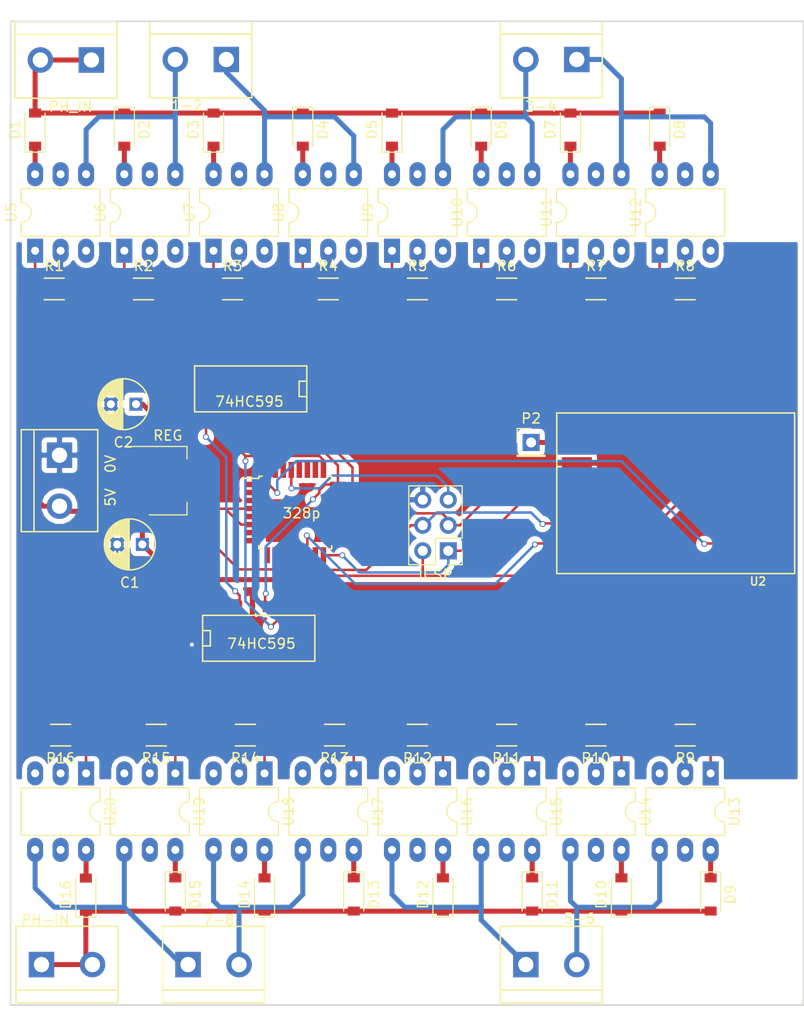
<source format=kicad_pcb>
(kicad_pcb (version 4) (host pcbnew 4.0.5-e0-6337~49~ubuntu16.04.1)
  (layers (0 F.Cu signal) (31 B.Cu signal) (34 B.Paste user) (35 F.Paste user) (36 B.SilkS user) (37 F.SilkS user) (38 B.Mask user) (39 F.Mask user) (44 Edge.Cuts user))
  (net 0 "")
  (net 1 "Net-(IC1-Pad1)")
  (net 2 "Net-(IC1-Pad2)")
  (net 3 GND)
  (net 4 /3V3)
  (net 5 "Net-(IC1-Pad7)")
  (net 6 "Net-(IC1-Pad8)")
  (net 7 "Net-(IC1-Pad9)")
  (net 8 "Net-(IC1-Pad10)")
  (net 9 "Net-(IC1-Pad11)")
  (net 10 "Net-(IC1-Pad12)")
  (net 11 "Net-(IC1-Pad13)")
  (net 12 /CS)
  (net 13 /MOSI)
  (net 14 /MISO)
  (net 15 /SCK)
  (net 16 "Net-(IC1-Pad18)")
  (net 17 "Net-(IC1-Pad19)")
  (net 18 "Net-(IC1-Pad20)")
  (net 19 "Net-(IC1-Pad22)")
  (net 20 /SRCLK)
  (net 21 /RCLK)
  (net 22 /SER)
  (net 23 "Net-(IC1-Pad26)")
  (net 24 "Net-(IC1-Pad27)")
  (net 25 "Net-(IC1-Pad28)")
  (net 26 /RESET)
  (net 27 "Net-(IC1-Pad30)")
  (net 28 "Net-(IC1-Pad31)")
  (net 29 /IRQ)
  (net 30 VCC)
  (net 31 "Net-(P2-Pad1)")
  (net 32 "Net-(U2-Pad1)")
  (net 33 "Net-(U2-Pad3)")
  (net 34 "Net-(U2-Pad4)")
  (net 35 "Net-(U2-Pad5)")
  (net 36 "Net-(U2-Pad6)")
  (net 37 "Net-(U2-Pad7)")
  (net 38 "Net-(U2-Pad16)")
  (net 39 "Net-(D1-Pad1)")
  (net 40 /PH_IN)
  (net 41 "Net-(D2-Pad2)")
  (net 42 "Net-(D3-Pad1)")
  (net 43 "Net-(D4-Pad2)")
  (net 44 "Net-(D5-Pad1)")
  (net 45 "Net-(D6-Pad2)")
  (net 46 "Net-(D7-Pad1)")
  (net 47 "Net-(D8-Pad2)")
  (net 48 "Net-(D9-Pad1)")
  (net 49 "Net-(D10-Pad2)")
  (net 50 "Net-(D11-Pad1)")
  (net 51 "Net-(D12-Pad2)")
  (net 52 "Net-(D13-Pad1)")
  (net 53 "Net-(D14-Pad2)")
  (net 54 "Net-(D15-Pad1)")
  (net 55 "Net-(D16-Pad2)")
  (net 56 /FP1)
  (net 57 /FP2)
  (net 58 /FP3)
  (net 59 /FP4)
  (net 60 /FP5)
  (net 61 /FP6)
  (net 62 /FP7)
  (net 63 /FP8)
  (net 64 "Net-(R1-Pad1)")
  (net 65 /FP1_A)
  (net 66 "Net-(R2-Pad1)")
  (net 67 /FP1_B)
  (net 68 "Net-(R3-Pad1)")
  (net 69 "Net-(R4-Pad1)")
  (net 70 "Net-(R5-Pad1)")
  (net 71 "Net-(R6-Pad1)")
  (net 72 "Net-(R7-Pad1)")
  (net 73 "Net-(R8-Pad1)")
  (net 74 "Net-(R9-Pad1)")
  (net 75 "Net-(R10-Pad1)")
  (net 76 "Net-(R11-Pad1)")
  (net 77 "Net-(R12-Pad1)")
  (net 78 "Net-(R13-Pad1)")
  (net 79 "Net-(R14-Pad1)")
  (net 80 "Net-(R15-Pad1)")
  (net 81 "Net-(R16-Pad1)")
  (net 82 /SER2)
  (net 83 "Net-(U4-Pad9)")
  (net 84 /FP2_A)
  (net 85 /FP2_B)
  (net 86 /FP3_A)
  (net 87 /FP3_B)
  (net 88 /FP4_A)
  (net 89 /FP4_B)
  (net 90 /FP5_A)
  (net 91 /FP5_B)
  (net 92 /FP6_A)
  (net 93 /FP6_B)
  (net 94 /FP7_A)
  (net 95 /FP7_B)
  (net 96 /FP8_A)
  (net 97 /FP8_B)
  (module Housings_QFP:TQFP-32_7x7mm_Pitch0.8mm (layer F.Cu) (at 157.37 95.935)
    (fp_text reference 328p (at 0.63 0.065) (layer F.SilkS))
    (fp_text value ATMEGA328-A)
    (pad 1 smd rect (at -4.25 -2.8) (size 1.6 0.55) (layers F.Cu F.Paste F.Mask) (net 1 "Net-(IC1-Pad1)"))
    (pad 2 smd rect (at -4.25 -2) (size 1.6 0.55) (layers F.Cu F.Paste F.Mask) (net 2 "Net-(IC1-Pad2)"))
    (pad 3 smd rect (at -4.25 -1.2) (size 1.6 0.55) (layers F.Cu F.Paste F.Mask) (net 3 GND))
    (pad 4 smd rect (at -4.25 -0.4) (size 1.6 0.55) (layers F.Cu F.Paste F.Mask) (net 4 /3V3))
    (pad 5 smd rect (at -4.25 0.4) (size 1.6 0.55) (layers F.Cu F.Paste F.Mask) (net 3 GND))
    (pad 6 smd rect (at -4.25 1.2) (size 1.6 0.55) (layers F.Cu F.Paste F.Mask) (net 4 /3V3))
    (pad 7 smd rect (at -4.25 2) (size 1.6 0.55) (layers F.Cu F.Paste F.Mask) (net 5 "Net-(IC1-Pad7)"))
    (pad 8 smd rect (at -4.25 2.8) (size 1.6 0.55) (layers F.Cu F.Paste F.Mask) (net 6 "Net-(IC1-Pad8)"))
    (pad 9 smd rect (at -2.8 4.25 90) (size 1.6 0.55) (layers F.Cu F.Paste F.Mask) (net 7 "Net-(IC1-Pad9)"))
    (pad 10 smd rect (at -2 4.25 90) (size 1.6 0.55) (layers F.Cu F.Paste F.Mask) (net 8 "Net-(IC1-Pad10)"))
    (pad 11 smd rect (at -1.2 4.25 90) (size 1.6 0.55) (layers F.Cu F.Paste F.Mask) (net 9 "Net-(IC1-Pad11)"))
    (pad 12 smd rect (at -0.4 4.25 90) (size 1.6 0.55) (layers F.Cu F.Paste F.Mask) (net 10 "Net-(IC1-Pad12)"))
    (pad 13 smd rect (at 0.4 4.25 90) (size 1.6 0.55) (layers F.Cu F.Paste F.Mask) (net 11 "Net-(IC1-Pad13)"))
    (pad 14 smd rect (at 1.2 4.25 90) (size 1.6 0.55) (layers F.Cu F.Paste F.Mask) (net 12 /CS))
    (pad 15 smd rect (at 2 4.25 90) (size 1.6 0.55) (layers F.Cu F.Paste F.Mask) (net 13 /MOSI))
    (pad 16 smd rect (at 2.8 4.25 90) (size 1.6 0.55) (layers F.Cu F.Paste F.Mask) (net 14 /MISO))
    (pad 17 smd rect (at 4.25 2.8) (size 1.6 0.55) (layers F.Cu F.Paste F.Mask) (net 15 /SCK))
    (pad 18 smd rect (at 4.25 2) (size 1.6 0.55) (layers F.Cu F.Paste F.Mask) (net 16 "Net-(IC1-Pad18)"))
    (pad 19 smd rect (at 4.25 1.2) (size 1.6 0.55) (layers F.Cu F.Paste F.Mask) (net 17 "Net-(IC1-Pad19)"))
    (pad 20 smd rect (at 4.25 0.4) (size 1.6 0.55) (layers F.Cu F.Paste F.Mask) (net 18 "Net-(IC1-Pad20)"))
    (pad 21 smd rect (at 4.25 -0.4) (size 1.6 0.55) (layers F.Cu F.Paste F.Mask) (net 3 GND))
    (pad 22 smd rect (at 4.25 -1.2) (size 1.6 0.55) (layers F.Cu F.Paste F.Mask) (net 19 "Net-(IC1-Pad22)"))
    (pad 23 smd rect (at 4.25 -2) (size 1.6 0.55) (layers F.Cu F.Paste F.Mask) (net 22 /SER))
    (pad 24 smd rect (at 4.25 -2.8) (size 1.6 0.55) (layers F.Cu F.Paste F.Mask) (net 21 /RCLK))
    (pad 25 smd rect (at 2.8 -4.25 90) (size 1.6 0.55) (layers F.Cu F.Paste F.Mask) (net 20 /SRCLK))
    (pad 26 smd rect (at 2 -4.25 90) (size 1.6 0.55) (layers F.Cu F.Paste F.Mask) (net 23 "Net-(IC1-Pad26)"))
    (pad 27 smd rect (at 1.2 -4.25 90) (size 1.6 0.55) (layers F.Cu F.Paste F.Mask) (net 24 "Net-(IC1-Pad27)"))
    (pad 28 smd rect (at 0.4 -4.25 90) (size 1.6 0.55) (layers F.Cu F.Paste F.Mask) (net 25 "Net-(IC1-Pad28)"))
    (pad 29 smd rect (at -0.4 -4.25 90) (size 1.6 0.55) (layers F.Cu F.Paste F.Mask) (net 26 /RESET))
    (pad 30 smd rect (at -1.2 -4.25 90) (size 1.6 0.55) (layers F.Cu F.Paste F.Mask) (net 27 "Net-(IC1-Pad30)"))
    (pad 31 smd rect (at -2 -4.25 90) (size 1.6 0.55) (layers F.Cu F.Paste F.Mask) (net 28 "Net-(IC1-Pad31)"))
    (pad 32 smd rect (at -2.8 -4.25 90) (size 1.6 0.55) (layers F.Cu F.Paste F.Mask) (net 29 /IRQ))
  )
  (module Connectors:bornier2 (layer F.Cu) (at 133.875 92.76 270)
    (fp_text reference "5V  0V" (at 0 -5.08 270) (layer F.SilkS))
    (fp_text value 5VIN)
    (pad 1 thru_hole rect (at -2.54 0 270) (size 2.54 2.54) (drill 1.524) (layers *.Cu *.Mask) (net 3 GND))
    (pad 2 thru_hole circle (at 2.54 0 270) (size 2.54 2.54) (drill 1.524) (layers *.Cu *.Mask) (net 30 VCC))
  )
  (module Pin_Headers:Pin_Header_Straight_1x01_Pitch2.54mm (layer F.Cu) (at 180.865 88.95)
    (fp_text reference P2 (at 0 -2.39) (layer F.SilkS))
    (fp_text value ANT)
    (pad 1 thru_hole rect (at 0 0) (size 1.7 1.7) (drill 1) (layers *.Cu *.Mask) (net 31 "Net-(P2-Pad1)"))
  )
  (module Pin_Headers:Pin_Header_Straight_2x03_Pitch2.54mm (layer F.Cu) (at 172.61 99.745 180)
    (fp_text reference ICSP (at 1.27 -2.39 180) (layer F.SilkS))
    (fp_text value CONN_02X03)
    (pad 1 thru_hole rect (at 0 0 180) (size 1.7 1.7) (drill 1) (layers *.Cu *.Mask) (net 14 /MISO))
    (pad 2 thru_hole oval (at 2.54 0 180) (size 1.7 1.7) (drill 1) (layers *.Cu *.Mask) (net 4 /3V3))
    (pad 3 thru_hole oval (at 0 2.54 180) (size 1.7 1.7) (drill 1) (layers *.Cu *.Mask) (net 15 /SCK))
    (pad 4 thru_hole oval (at 2.54 2.54 180) (size 1.7 1.7) (drill 1) (layers *.Cu *.Mask) (net 13 /MOSI))
    (pad 5 thru_hole oval (at 0 5.08 180) (size 1.7 1.7) (drill 1) (layers *.Cu *.Mask) (net 26 /RESET))
    (pad 6 thru_hole oval (at 2.54 5.08 180) (size 1.7 1.7) (drill 1) (layers *.Cu *.Mask) (net 3 GND))
  )
  (module TO_SOT_Packages_SMD:SOT-223 (layer F.Cu) (at 144.67 92.76)
    (fp_text reference REG (at 0 -4.5) (layer F.SilkS))
    (fp_text value AMS1117)
    (pad 4 smd rect (at 3.15 0) (size 2 3.8) (layers F.Cu F.Paste F.Mask))
    (pad 2 smd rect (at -3.15 0) (size 2 1.5) (layers F.Cu F.Paste F.Mask) (net 4 /3V3))
    (pad 3 smd rect (at -3.15 2.3) (size 2 1.5) (layers F.Cu F.Paste F.Mask) (net 30 VCC))
    (pad 1 smd rect (at -3.15 -2.3) (size 2 1.5) (layers F.Cu F.Paste F.Mask) (net 3 GND))
  )
  (module Mysensors_Radio:RFM69HW_SMD_Handsoldering (layer F.Cu) (at 203.725 101.015 180)
    (fp_text reference U2 (at 0.254 -1.778 180) (layer F.SilkS) (effects (font (size 0.8 0.8) (thickness 0.16))))
    (fp_text value RFM69HW hide)
    (pad 1 smd rect (at -1.4 0 180) (size 3 1.2) (layers F.Cu F.Paste F.Mask) (net 32 "Net-(U2-Pad1)"))
    (pad 2 smd rect (at -1.4 2 180) (size 3 1.2) (layers F.Cu F.Paste F.Mask) (net 29 /IRQ))
    (pad 3 smd rect (at -1.4 4 180) (size 3 1.2) (layers F.Cu F.Paste F.Mask) (net 33 "Net-(U2-Pad3)"))
    (pad 4 smd rect (at -1.4 6 180) (size 3 1.2) (layers F.Cu F.Paste F.Mask) (net 34 "Net-(U2-Pad4)"))
    (pad 5 smd rect (at -1.4 8 180) (size 3 1.2) (layers F.Cu F.Paste F.Mask) (net 35 "Net-(U2-Pad5)"))
    (pad 6 smd rect (at -1.4 10 180) (size 3 1.2) (layers F.Cu F.Paste F.Mask) (net 36 "Net-(U2-Pad6)"))
    (pad 7 smd rect (at -1.4 12 180) (size 3 1.2) (layers F.Cu F.Paste F.Mask) (net 37 "Net-(U2-Pad7)"))
    (pad 8 smd rect (at -1.4 14 180) (size 3 1.2) (layers F.Cu F.Paste F.Mask) (net 4 /3V3))
    (pad 9 smd rect (at 18.3 14 180) (size 3 1.2) (layers F.Cu F.Paste F.Mask) (net 3 GND))
    (pad 10 smd rect (at 18.3 12 180) (size 3 1.2) (layers F.Cu F.Paste F.Mask) (net 31 "Net-(P2-Pad1)"))
    (pad 11 smd rect (at 18.3 10 180) (size 3 1.2) (layers F.Cu F.Paste F.Mask) (net 3 GND))
    (pad 12 smd rect (at 18.3 8 180) (size 3 1.2) (layers F.Cu F.Paste F.Mask) (net 15 /SCK))
    (pad 13 smd rect (at 18.3 6 180) (size 3 1.2) (layers F.Cu F.Paste F.Mask) (net 14 /MISO))
    (pad 14 smd rect (at 18.3 4 180) (size 3 1.2) (layers F.Cu F.Paste F.Mask) (net 13 /MOSI))
    (pad 15 smd rect (at 18.3 2 180) (size 3 1.2) (layers F.Cu F.Paste F.Mask) (net 12 /CS))
    (pad 16 smd rect (at 18.3 0 180) (size 3 1.2) (layers F.Cu F.Paste F.Mask) (net 38 "Net-(U2-Pad16)"))
  )
  (module SMD_Packages:SO-16-N (layer F.Cu) (at 152.925 83.616 180)
    (fp_text reference 74HC595 (at 0.127 -1.27 180) (layer F.SilkS))
    (fp_text value 74HC595)
    (pad 16 smd rect (at -4.445 -3.175 180) (size 0.508 1.143) (layers F.Cu F.Paste F.Mask) (net 30 VCC))
    (pad 14 smd rect (at -1.905 -3.175 180) (size 0.508 1.143) (layers F.Cu F.Paste F.Mask) (net 22 /SER))
    (pad 13 smd rect (at -0.635 -3.175 180) (size 0.508 1.143) (layers F.Cu F.Paste F.Mask) (net 3 GND))
    (pad 12 smd rect (at 0.635 -3.175 180) (size 0.508 1.143) (layers F.Cu F.Paste F.Mask) (net 21 /RCLK))
    (pad 11 smd rect (at 1.905 -3.175 180) (size 0.508 1.143) (layers F.Cu F.Paste F.Mask) (net 20 /SRCLK))
    (pad 10 smd rect (at 3.175 -3.175 180) (size 0.508 1.143) (layers F.Cu F.Paste F.Mask) (net 30 VCC))
    (pad 9 smd rect (at 4.445 -3.175 180) (size 0.508 1.143) (layers F.Cu F.Paste F.Mask) (net 82 /SER2))
    (pad 8 smd rect (at 4.445 3.175 180) (size 0.508 1.143) (layers F.Cu F.Paste F.Mask) (net 3 GND))
    (pad 7 smd rect (at 3.175 3.175 180) (size 0.508 1.143) (layers F.Cu F.Paste F.Mask) (net 65 /FP1_A))
    (pad 6 smd rect (at 1.905 3.175 180) (size 0.508 1.143) (layers F.Cu F.Paste F.Mask) (net 67 /FP1_B))
    (pad 5 smd rect (at 0.635 3.175 180) (size 0.508 1.143) (layers F.Cu F.Paste F.Mask) (net 84 /FP2_A))
    (pad 4 smd rect (at -0.635 3.175 180) (size 0.508 1.143) (layers F.Cu F.Paste F.Mask) (net 85 /FP2_B))
    (pad 3 smd rect (at -1.905 3.175 180) (size 0.508 1.143) (layers F.Cu F.Paste F.Mask) (net 86 /FP3_A))
    (pad 2 smd rect (at -3.175 3.175 180) (size 0.508 1.143) (layers F.Cu F.Paste F.Mask) (net 87 /FP3_B))
    (pad 1 smd rect (at -4.445 3.175 180) (size 0.508 1.143) (layers F.Cu F.Paste F.Mask) (net 88 /FP4_A))
    (pad 15 smd rect (at -3.175 -3.175 180) (size 0.508 1.143) (layers F.Cu F.Paste F.Mask) (net 89 /FP4_B))
  )
  (module Capacitors_THT:C_Radial_D5_L6_P2.5 (layer F.Cu) (at 142.13 99.11 180)
    (fp_text reference C1 (at 1.25 -3.8 180) (layer F.SilkS))
    (fp_text value 10uF)
    (pad 1 thru_hole rect (at 0 0 180) (size 1.3 1.3) (drill 0.8) (layers *.Cu *.Mask) (net 30 VCC))
    (pad 2 thru_hole circle (at 2.5 0 180) (size 1.3 1.3) (drill 0.8) (layers *.Cu *.Mask) (net 3 GND))
  )
  (module Capacitors_THT:C_Radial_D5_L6_P2.5 (layer F.Cu) (at 141.495 85.14 180)
    (fp_text reference C2 (at 1.25 -3.8 180) (layer F.SilkS))
    (fp_text value 10uF)
    (pad 1 thru_hole rect (at 0 0 180) (size 1.3 1.3) (drill 0.8) (layers *.Cu *.Mask) (net 4 /3V3))
    (pad 2 thru_hole circle (at 2.5 0 180) (size 1.3 1.3) (drill 0.8) (layers *.Cu *.Mask) (net 3 GND))
  )
  (module Diodes_SMD:SOD-123 (layer F.Cu) (at 131.445 57.785 90)
    (fp_text reference D1 (at 0 -2 90) (layer F.SilkS))
    (fp_text value D)
    (pad 1 smd rect (at -1.65 0 90) (size 0.9 1.2) (layers F.Cu F.Paste F.Mask) (net 39 "Net-(D1-Pad1)"))
    (pad 2 smd rect (at 1.65 0 90) (size 0.9 1.2) (layers F.Cu F.Paste F.Mask) (net 40 /PH_IN))
  )
  (module Diodes_SMD:SOD-123 (layer F.Cu) (at 140.335 57.785 270)
    (fp_text reference D2 (at 0 -2 270) (layer F.SilkS))
    (fp_text value D)
    (pad 1 smd rect (at -1.65 0 270) (size 0.9 1.2) (layers F.Cu F.Paste F.Mask) (net 40 /PH_IN))
    (pad 2 smd rect (at 1.65 0 270) (size 0.9 1.2) (layers F.Cu F.Paste F.Mask) (net 41 "Net-(D2-Pad2)"))
  )
  (module Diodes_SMD:SOD-123 (layer F.Cu) (at 149.225 57.785 90)
    (fp_text reference D3 (at 0 -2 90) (layer F.SilkS))
    (fp_text value D)
    (pad 1 smd rect (at -1.65 0 90) (size 0.9 1.2) (layers F.Cu F.Paste F.Mask) (net 42 "Net-(D3-Pad1)"))
    (pad 2 smd rect (at 1.65 0 90) (size 0.9 1.2) (layers F.Cu F.Paste F.Mask) (net 40 /PH_IN))
  )
  (module Diodes_SMD:SOD-123 (layer F.Cu) (at 158.115 57.785 270)
    (fp_text reference D4 (at 0 -2 270) (layer F.SilkS))
    (fp_text value D)
    (pad 1 smd rect (at -1.65 0 270) (size 0.9 1.2) (layers F.Cu F.Paste F.Mask) (net 40 /PH_IN))
    (pad 2 smd rect (at 1.65 0 270) (size 0.9 1.2) (layers F.Cu F.Paste F.Mask) (net 43 "Net-(D4-Pad2)"))
  )
  (module Diodes_SMD:SOD-123 (layer F.Cu) (at 167.005 57.785 90)
    (fp_text reference D5 (at 0 -2 90) (layer F.SilkS))
    (fp_text value D)
    (pad 1 smd rect (at -1.65 0 90) (size 0.9 1.2) (layers F.Cu F.Paste F.Mask) (net 44 "Net-(D5-Pad1)"))
    (pad 2 smd rect (at 1.65 0 90) (size 0.9 1.2) (layers F.Cu F.Paste F.Mask) (net 40 /PH_IN))
  )
  (module Diodes_SMD:SOD-123 (layer F.Cu) (at 175.895 57.785 270)
    (fp_text reference D6 (at 0 -2 270) (layer F.SilkS))
    (fp_text value D)
    (pad 1 smd rect (at -1.65 0 270) (size 0.9 1.2) (layers F.Cu F.Paste F.Mask) (net 40 /PH_IN))
    (pad 2 smd rect (at 1.65 0 270) (size 0.9 1.2) (layers F.Cu F.Paste F.Mask) (net 45 "Net-(D6-Pad2)"))
  )
  (module Diodes_SMD:SOD-123 (layer F.Cu) (at 184.785 57.785 90)
    (fp_text reference D7 (at 0 -2 90) (layer F.SilkS))
    (fp_text value D)
    (pad 1 smd rect (at -1.65 0 90) (size 0.9 1.2) (layers F.Cu F.Paste F.Mask) (net 46 "Net-(D7-Pad1)"))
    (pad 2 smd rect (at 1.65 0 90) (size 0.9 1.2) (layers F.Cu F.Paste F.Mask) (net 40 /PH_IN))
  )
  (module Diodes_SMD:SOD-123 (layer F.Cu) (at 193.675 57.785 270)
    (fp_text reference D8 (at 0 -2 270) (layer F.SilkS))
    (fp_text value D)
    (pad 1 smd rect (at -1.65 0 270) (size 0.9 1.2) (layers F.Cu F.Paste F.Mask) (net 40 /PH_IN))
    (pad 2 smd rect (at 1.65 0 270) (size 0.9 1.2) (layers F.Cu F.Paste F.Mask) (net 47 "Net-(D8-Pad2)"))
  )
  (module Diodes_SMD:SOD-123 (layer F.Cu) (at 198.755 133.985 270)
    (fp_text reference D9 (at 0 -2 270) (layer F.SilkS))
    (fp_text value D)
    (pad 1 smd rect (at -1.65 0 270) (size 0.9 1.2) (layers F.Cu F.Paste F.Mask) (net 48 "Net-(D9-Pad1)"))
    (pad 2 smd rect (at 1.65 0 270) (size 0.9 1.2) (layers F.Cu F.Paste F.Mask) (net 40 /PH_IN))
  )
  (module Diodes_SMD:SOD-123 (layer F.Cu) (at 189.865 133.985 90)
    (fp_text reference D10 (at 0 -2 90) (layer F.SilkS))
    (fp_text value D)
    (pad 1 smd rect (at -1.65 0 90) (size 0.9 1.2) (layers F.Cu F.Paste F.Mask) (net 40 /PH_IN))
    (pad 2 smd rect (at 1.65 0 90) (size 0.9 1.2) (layers F.Cu F.Paste F.Mask) (net 49 "Net-(D10-Pad2)"))
  )
  (module Diodes_SMD:SOD-123 (layer F.Cu) (at 180.975 133.985 270)
    (fp_text reference D11 (at 0 -2 270) (layer F.SilkS))
    (fp_text value D)
    (pad 1 smd rect (at -1.65 0 270) (size 0.9 1.2) (layers F.Cu F.Paste F.Mask) (net 50 "Net-(D11-Pad1)"))
    (pad 2 smd rect (at 1.65 0 270) (size 0.9 1.2) (layers F.Cu F.Paste F.Mask) (net 40 /PH_IN))
  )
  (module Diodes_SMD:SOD-123 (layer F.Cu) (at 172.085 133.985 90)
    (fp_text reference D12 (at 0 -2 90) (layer F.SilkS))
    (fp_text value D)
    (pad 1 smd rect (at -1.65 0 90) (size 0.9 1.2) (layers F.Cu F.Paste F.Mask) (net 40 /PH_IN))
    (pad 2 smd rect (at 1.65 0 90) (size 0.9 1.2) (layers F.Cu F.Paste F.Mask) (net 51 "Net-(D12-Pad2)"))
  )
  (module Diodes_SMD:SOD-123 (layer F.Cu) (at 163.195 133.985 270)
    (fp_text reference D13 (at 0 -2 270) (layer F.SilkS))
    (fp_text value D)
    (pad 1 smd rect (at -1.65 0 270) (size 0.9 1.2) (layers F.Cu F.Paste F.Mask) (net 52 "Net-(D13-Pad1)"))
    (pad 2 smd rect (at 1.65 0 270) (size 0.9 1.2) (layers F.Cu F.Paste F.Mask) (net 40 /PH_IN))
  )
  (module Diodes_SMD:SOD-123 (layer F.Cu) (at 154.305 133.985 90)
    (fp_text reference D14 (at 0 -2 90) (layer F.SilkS))
    (fp_text value D)
    (pad 1 smd rect (at -1.65 0 90) (size 0.9 1.2) (layers F.Cu F.Paste F.Mask) (net 40 /PH_IN))
    (pad 2 smd rect (at 1.65 0 90) (size 0.9 1.2) (layers F.Cu F.Paste F.Mask) (net 53 "Net-(D14-Pad2)"))
  )
  (module Diodes_SMD:SOD-123 (layer F.Cu) (at 145.415 133.985 270)
    (fp_text reference D15 (at 0 -2 270) (layer F.SilkS))
    (fp_text value D)
    (pad 1 smd rect (at -1.65 0 270) (size 0.9 1.2) (layers F.Cu F.Paste F.Mask) (net 54 "Net-(D15-Pad1)"))
    (pad 2 smd rect (at 1.65 0 270) (size 0.9 1.2) (layers F.Cu F.Paste F.Mask) (net 40 /PH_IN))
  )
  (module Diodes_SMD:SOD-123 (layer F.Cu) (at 136.5 134 90)
    (fp_text reference D16 (at 0 -2 90) (layer F.SilkS))
    (fp_text value D)
    (pad 1 smd rect (at -1.65 0 90) (size 0.9 1.2) (layers F.Cu F.Paste F.Mask) (net 40 /PH_IN))
    (pad 2 smd rect (at 1.65 0 90) (size 0.9 1.2) (layers F.Cu F.Paste F.Mask) (net 55 "Net-(D16-Pad2)"))
  )
  (module Connectors:bornier2 (layer F.Cu) (at 134.51 50.85 180)
    (fp_text reference PH_IN (at -0.491 -4.649 180) (layer F.SilkS))
    (fp_text value CONN_01X02)
    (pad 1 thru_hole rect (at -2.54 0 180) (size 2.54 2.54) (drill 1.524) (layers *.Cu *.Mask) (net 40 /PH_IN))
    (pad 2 thru_hole circle (at 2.54 0 180) (size 2.54 2.54) (drill 1.524) (layers *.Cu *.Mask) (net 40 /PH_IN))
  )
  (module Connectors:bornier2 (layer F.Cu) (at 147.955 50.8 180)
    (fp_text reference 1-2 (at 1.397 -4.572 180) (layer F.SilkS))
    (fp_text value CONN_01X02)
    (pad 1 thru_hole rect (at -2.54 0 180) (size 2.54 2.54) (drill 1.524) (layers *.Cu *.Mask) (net 57 /FP2))
    (pad 2 thru_hole circle (at 2.54 0 180) (size 2.54 2.54) (drill 1.524) (layers *.Cu *.Mask) (net 56 /FP1))
  )
  (module Connectors:bornier2 (layer F.Cu) (at 182.88 50.8 180)
    (fp_text reference 3-4 (at 1.016 -4.699 180) (layer F.SilkS))
    (fp_text value CONN_01X02)
    (pad 1 thru_hole rect (at -2.54 0 180) (size 2.54 2.54) (drill 1.524) (layers *.Cu *.Mask) (net 59 /FP4))
    (pad 2 thru_hole circle (at 2.54 0 180) (size 2.54 2.54) (drill 1.524) (layers *.Cu *.Mask) (net 58 /FP3))
  )
  (module Connectors:bornier2 (layer F.Cu) (at 182.88 140.97)
    (fp_text reference 5-6 (at 2.794 -4.572) (layer F.SilkS))
    (fp_text value CONN_01X02)
    (pad 1 thru_hole rect (at -2.54 0) (size 2.54 2.54) (drill 1.524) (layers *.Cu *.Mask) (net 61 /FP6))
    (pad 2 thru_hole circle (at 2.54 0) (size 2.54 2.54) (drill 1.524) (layers *.Cu *.Mask) (net 60 /FP5))
  )
  (module Connectors:bornier2 (layer F.Cu) (at 149.225 140.97)
    (fp_text reference 7-8 (at 0.508 -4.445) (layer F.SilkS))
    (fp_text value CONN_01X02)
    (pad 1 thru_hole rect (at -2.54 0) (size 2.54 2.54) (drill 1.524) (layers *.Cu *.Mask) (net 63 /FP8))
    (pad 2 thru_hole circle (at 2.54 0) (size 2.54 2.54) (drill 1.524) (layers *.Cu *.Mask) (net 62 /FP7))
  )
  (module Resistors_SMD:R_1206_HandSoldering (layer F.Cu) (at 133.35 73.66)
    (fp_text reference R1 (at 0 -2.3) (layer F.SilkS))
    (fp_text value R)
    (pad 1 smd rect (at -2 0) (size 2 1.7) (layers F.Cu F.Paste F.Mask) (net 64 "Net-(R1-Pad1)"))
    (pad 2 smd rect (at 2 0) (size 2 1.7) (layers F.Cu F.Paste F.Mask) (net 65 /FP1_A))
  )
  (module Resistors_SMD:R_1206_HandSoldering (layer F.Cu) (at 142.24 73.66)
    (fp_text reference R2 (at 0 -2.3) (layer F.SilkS))
    (fp_text value R)
    (pad 1 smd rect (at -2 0) (size 2 1.7) (layers F.Cu F.Paste F.Mask) (net 66 "Net-(R2-Pad1)"))
    (pad 2 smd rect (at 2 0) (size 2 1.7) (layers F.Cu F.Paste F.Mask) (net 67 /FP1_B))
  )
  (module Resistors_SMD:R_1206_HandSoldering (layer F.Cu) (at 151.13 73.66)
    (fp_text reference R3 (at 0 -2.3) (layer F.SilkS))
    (fp_text value R)
    (pad 1 smd rect (at -2 0) (size 2 1.7) (layers F.Cu F.Paste F.Mask) (net 68 "Net-(R3-Pad1)"))
    (pad 2 smd rect (at 2 0) (size 2 1.7) (layers F.Cu F.Paste F.Mask) (net 84 /FP2_A))
  )
  (module Resistors_SMD:R_1206_HandSoldering (layer F.Cu) (at 160.655 73.66)
    (fp_text reference R4 (at 0 -2.3) (layer F.SilkS))
    (fp_text value R)
    (pad 1 smd rect (at -2 0) (size 2 1.7) (layers F.Cu F.Paste F.Mask) (net 69 "Net-(R4-Pad1)"))
    (pad 2 smd rect (at 2 0) (size 2 1.7) (layers F.Cu F.Paste F.Mask) (net 85 /FP2_B))
  )
  (module Resistors_SMD:R_1206_HandSoldering (layer F.Cu) (at 169.545 73.66)
    (fp_text reference R5 (at 0 -2.3) (layer F.SilkS))
    (fp_text value R)
    (pad 1 smd rect (at -2 0) (size 2 1.7) (layers F.Cu F.Paste F.Mask) (net 70 "Net-(R5-Pad1)"))
    (pad 2 smd rect (at 2 0) (size 2 1.7) (layers F.Cu F.Paste F.Mask) (net 86 /FP3_A))
  )
  (module Resistors_SMD:R_1206_HandSoldering (layer F.Cu) (at 178.435 73.66)
    (fp_text reference R6 (at 0 -2.3) (layer F.SilkS))
    (fp_text value R)
    (pad 1 smd rect (at -2 0) (size 2 1.7) (layers F.Cu F.Paste F.Mask) (net 71 "Net-(R6-Pad1)"))
    (pad 2 smd rect (at 2 0) (size 2 1.7) (layers F.Cu F.Paste F.Mask) (net 87 /FP3_B))
  )
  (module Resistors_SMD:R_1206_HandSoldering (layer F.Cu) (at 187.325 73.66)
    (fp_text reference R7 (at 0 -2.3) (layer F.SilkS))
    (fp_text value R)
    (pad 1 smd rect (at -2 0) (size 2 1.7) (layers F.Cu F.Paste F.Mask) (net 72 "Net-(R7-Pad1)"))
    (pad 2 smd rect (at 2 0) (size 2 1.7) (layers F.Cu F.Paste F.Mask) (net 88 /FP4_A))
  )
  (module Resistors_SMD:R_1206_HandSoldering (layer F.Cu) (at 196.215 73.66)
    (fp_text reference R8 (at 0 -2.3) (layer F.SilkS))
    (fp_text value R)
    (pad 1 smd rect (at -2 0) (size 2 1.7) (layers F.Cu F.Paste F.Mask) (net 73 "Net-(R8-Pad1)"))
    (pad 2 smd rect (at 2 0) (size 2 1.7) (layers F.Cu F.Paste F.Mask) (net 89 /FP4_B))
  )
  (module Resistors_SMD:R_1206_HandSoldering (layer F.Cu) (at 196.215 118.11 180)
    (fp_text reference R9 (at 0 -2.3 180) (layer F.SilkS))
    (fp_text value R)
    (pad 1 smd rect (at -2 0 180) (size 2 1.7) (layers F.Cu F.Paste F.Mask) (net 74 "Net-(R9-Pad1)"))
    (pad 2 smd rect (at 2 0 180) (size 2 1.7) (layers F.Cu F.Paste F.Mask) (net 90 /FP5_A))
  )
  (module Resistors_SMD:R_1206_HandSoldering (layer F.Cu) (at 187.325 118.11 180)
    (fp_text reference R10 (at 0 -2.3 180) (layer F.SilkS))
    (fp_text value R)
    (pad 1 smd rect (at -2 0 180) (size 2 1.7) (layers F.Cu F.Paste F.Mask) (net 75 "Net-(R10-Pad1)"))
    (pad 2 smd rect (at 2 0 180) (size 2 1.7) (layers F.Cu F.Paste F.Mask) (net 91 /FP5_B))
  )
  (module Resistors_SMD:R_1206_HandSoldering (layer F.Cu) (at 178.435 118.11 180)
    (fp_text reference R11 (at 0 -2.3 180) (layer F.SilkS))
    (fp_text value R)
    (pad 1 smd rect (at -2 0 180) (size 2 1.7) (layers F.Cu F.Paste F.Mask) (net 76 "Net-(R11-Pad1)"))
    (pad 2 smd rect (at 2 0 180) (size 2 1.7) (layers F.Cu F.Paste F.Mask) (net 92 /FP6_A))
  )
  (module Resistors_SMD:R_1206_HandSoldering (layer F.Cu) (at 169.545 118.11 180)
    (fp_text reference R12 (at 0 -2.3 180) (layer F.SilkS))
    (fp_text value R)
    (pad 1 smd rect (at -2 0 180) (size 2 1.7) (layers F.Cu F.Paste F.Mask) (net 77 "Net-(R12-Pad1)"))
    (pad 2 smd rect (at 2 0 180) (size 2 1.7) (layers F.Cu F.Paste F.Mask) (net 93 /FP6_B))
  )
  (module Resistors_SMD:R_1206_HandSoldering (layer F.Cu) (at 161.29 118.11 180)
    (fp_text reference R13 (at 0 -2.3 180) (layer F.SilkS))
    (fp_text value R)
    (pad 1 smd rect (at -2 0 180) (size 2 1.7) (layers F.Cu F.Paste F.Mask) (net 78 "Net-(R13-Pad1)"))
    (pad 2 smd rect (at 2 0 180) (size 2 1.7) (layers F.Cu F.Paste F.Mask) (net 94 /FP7_A))
  )
  (module Resistors_SMD:R_1206_HandSoldering (layer F.Cu) (at 152.4 118.11 180)
    (fp_text reference R14 (at 0 -2.3 180) (layer F.SilkS))
    (fp_text value R)
    (pad 1 smd rect (at -2 0 180) (size 2 1.7) (layers F.Cu F.Paste F.Mask) (net 79 "Net-(R14-Pad1)"))
    (pad 2 smd rect (at 2 0 180) (size 2 1.7) (layers F.Cu F.Paste F.Mask) (net 95 /FP7_B))
  )
  (module Resistors_SMD:R_1206_HandSoldering (layer F.Cu) (at 143.51 118.11 180)
    (fp_text reference R15 (at 0 -2.3 180) (layer F.SilkS))
    (fp_text value R)
    (pad 1 smd rect (at -2 0 180) (size 2 1.7) (layers F.Cu F.Paste F.Mask) (net 80 "Net-(R15-Pad1)"))
    (pad 2 smd rect (at 2 0 180) (size 2 1.7) (layers F.Cu F.Paste F.Mask) (net 96 /FP8_A))
  )
  (module Resistors_SMD:R_1206_HandSoldering (layer F.Cu) (at 133.985 118.11 180)
    (fp_text reference R16 (at 0 -2.3 180) (layer F.SilkS))
    (fp_text value R)
    (pad 1 smd rect (at -2 0 180) (size 2 1.7) (layers F.Cu F.Paste F.Mask) (net 81 "Net-(R16-Pad1)"))
    (pad 2 smd rect (at 2 0 180) (size 2 1.7) (layers F.Cu F.Paste F.Mask) (net 97 /FP8_B))
  )
  (module SMD_Packages:SO-16-N (layer F.Cu) (at 153.73 108.46)
    (fp_text reference 74HC595 (at 0.27 0.54) (layer F.SilkS))
    (fp_text value 74HC595)
    (pad 16 smd rect (at -4.445 -3.175) (size 0.508 1.143) (layers F.Cu F.Paste F.Mask) (net 30 VCC))
    (pad 14 smd rect (at -1.905 -3.175) (size 0.508 1.143) (layers F.Cu F.Paste F.Mask) (net 82 /SER2))
    (pad 13 smd rect (at -0.635 -3.175) (size 0.508 1.143) (layers F.Cu F.Paste F.Mask) (net 3 GND))
    (pad 12 smd rect (at 0.635 -3.175) (size 0.508 1.143) (layers F.Cu F.Paste F.Mask) (net 21 /RCLK))
    (pad 11 smd rect (at 1.905 -3.175) (size 0.508 1.143) (layers F.Cu F.Paste F.Mask) (net 20 /SRCLK))
    (pad 10 smd rect (at 3.175 -3.175) (size 0.508 1.143) (layers F.Cu F.Paste F.Mask) (net 30 VCC))
    (pad 9 smd rect (at 4.445 -3.175) (size 0.508 1.143) (layers F.Cu F.Paste F.Mask) (net 83 "Net-(U4-Pad9)"))
    (pad 8 smd rect (at 4.445 3.175) (size 0.508 1.143) (layers F.Cu F.Paste F.Mask) (net 3 GND))
    (pad 7 smd rect (at 3.175 3.175) (size 0.508 1.143) (layers F.Cu F.Paste F.Mask) (net 90 /FP5_A))
    (pad 6 smd rect (at 1.905 3.175) (size 0.508 1.143) (layers F.Cu F.Paste F.Mask) (net 91 /FP5_B))
    (pad 5 smd rect (at 0.635 3.175) (size 0.508 1.143) (layers F.Cu F.Paste F.Mask) (net 92 /FP6_A))
    (pad 4 smd rect (at -0.635 3.175) (size 0.508 1.143) (layers F.Cu F.Paste F.Mask) (net 93 /FP6_B))
    (pad 3 smd rect (at -1.905 3.175) (size 0.508 1.143) (layers F.Cu F.Paste F.Mask) (net 94 /FP7_A))
    (pad 2 smd rect (at -3.175 3.175) (size 0.508 1.143) (layers F.Cu F.Paste F.Mask) (net 95 /FP7_B))
    (pad 1 smd rect (at -4.445 3.175) (size 0.508 1.143) (layers F.Cu F.Paste F.Mask) (net 96 /FP8_A))
    (pad 15 smd rect (at -3.175 -3.175) (size 0.508 1.143) (layers F.Cu F.Paste F.Mask) (net 97 /FP8_B))
  )
  (module Housings_DIP:DIP-6_W7.62mm_LongPads (layer F.Cu) (at 131.445 69.85 90)
    (fp_text reference U5 (at 3.81 -2.39 90) (layer F.SilkS))
    (fp_text value MOC3041M)
    (pad 1 thru_hole rect (at 0 0 90) (size 2.4 1.6) (drill 0.8) (layers *.Cu *.Mask) (net 64 "Net-(R1-Pad1)"))
    (pad 4 thru_hole oval (at 7.62 5.08 90) (size 2.4 1.6) (drill 0.8) (layers *.Cu *.Mask) (net 56 /FP1))
    (pad 2 thru_hole oval (at 0 2.54 90) (size 2.4 1.6) (drill 0.8) (layers *.Cu *.Mask) (net 3 GND))
    (pad 5 thru_hole oval (at 7.62 2.54 90) (size 2.4 1.6) (drill 0.8) (layers *.Cu *.Mask))
    (pad 3 thru_hole oval (at 0 5.08 90) (size 2.4 1.6) (drill 0.8) (layers *.Cu *.Mask))
    (pad 6 thru_hole oval (at 7.62 0 90) (size 2.4 1.6) (drill 0.8) (layers *.Cu *.Mask) (net 39 "Net-(D1-Pad1)"))
  )
  (module Housings_DIP:DIP-6_W7.62mm_LongPads (layer F.Cu) (at 140.335 69.85 90)
    (fp_text reference U6 (at 3.81 -2.39 90) (layer F.SilkS))
    (fp_text value MOC3041M)
    (pad 1 thru_hole rect (at 0 0 90) (size 2.4 1.6) (drill 0.8) (layers *.Cu *.Mask) (net 66 "Net-(R2-Pad1)"))
    (pad 4 thru_hole oval (at 7.62 5.08 90) (size 2.4 1.6) (drill 0.8) (layers *.Cu *.Mask) (net 56 /FP1))
    (pad 2 thru_hole oval (at 0 2.54 90) (size 2.4 1.6) (drill 0.8) (layers *.Cu *.Mask) (net 3 GND))
    (pad 5 thru_hole oval (at 7.62 2.54 90) (size 2.4 1.6) (drill 0.8) (layers *.Cu *.Mask))
    (pad 3 thru_hole oval (at 0 5.08 90) (size 2.4 1.6) (drill 0.8) (layers *.Cu *.Mask))
    (pad 6 thru_hole oval (at 7.62 0 90) (size 2.4 1.6) (drill 0.8) (layers *.Cu *.Mask) (net 41 "Net-(D2-Pad2)"))
  )
  (module Housings_DIP:DIP-6_W7.62mm_LongPads (layer F.Cu) (at 149.225 69.85 90)
    (fp_text reference U7 (at 3.81 -2.39 90) (layer F.SilkS))
    (fp_text value MOC3041M)
    (pad 1 thru_hole rect (at 0 0 90) (size 2.4 1.6) (drill 0.8) (layers *.Cu *.Mask) (net 68 "Net-(R3-Pad1)"))
    (pad 4 thru_hole oval (at 7.62 5.08 90) (size 2.4 1.6) (drill 0.8) (layers *.Cu *.Mask) (net 57 /FP2))
    (pad 2 thru_hole oval (at 0 2.54 90) (size 2.4 1.6) (drill 0.8) (layers *.Cu *.Mask) (net 3 GND))
    (pad 5 thru_hole oval (at 7.62 2.54 90) (size 2.4 1.6) (drill 0.8) (layers *.Cu *.Mask))
    (pad 3 thru_hole oval (at 0 5.08 90) (size 2.4 1.6) (drill 0.8) (layers *.Cu *.Mask))
    (pad 6 thru_hole oval (at 7.62 0 90) (size 2.4 1.6) (drill 0.8) (layers *.Cu *.Mask) (net 42 "Net-(D3-Pad1)"))
  )
  (module Housings_DIP:DIP-6_W7.62mm_LongPads (layer F.Cu) (at 158.115 69.85 90)
    (fp_text reference U8 (at 3.81 -2.39 90) (layer F.SilkS))
    (fp_text value MOC3041M)
    (pad 1 thru_hole rect (at 0 0 90) (size 2.4 1.6) (drill 0.8) (layers *.Cu *.Mask) (net 69 "Net-(R4-Pad1)"))
    (pad 4 thru_hole oval (at 7.62 5.08 90) (size 2.4 1.6) (drill 0.8) (layers *.Cu *.Mask) (net 57 /FP2))
    (pad 2 thru_hole oval (at 0 2.54 90) (size 2.4 1.6) (drill 0.8) (layers *.Cu *.Mask) (net 3 GND))
    (pad 5 thru_hole oval (at 7.62 2.54 90) (size 2.4 1.6) (drill 0.8) (layers *.Cu *.Mask))
    (pad 3 thru_hole oval (at 0 5.08 90) (size 2.4 1.6) (drill 0.8) (layers *.Cu *.Mask))
    (pad 6 thru_hole oval (at 7.62 0 90) (size 2.4 1.6) (drill 0.8) (layers *.Cu *.Mask) (net 43 "Net-(D4-Pad2)"))
  )
  (module Housings_DIP:DIP-6_W7.62mm_LongPads (layer F.Cu) (at 167.005 69.85 90)
    (fp_text reference U9 (at 3.81 -2.39 90) (layer F.SilkS))
    (fp_text value MOC3041M)
    (pad 1 thru_hole rect (at 0 0 90) (size 2.4 1.6) (drill 0.8) (layers *.Cu *.Mask) (net 70 "Net-(R5-Pad1)"))
    (pad 4 thru_hole oval (at 7.62 5.08 90) (size 2.4 1.6) (drill 0.8) (layers *.Cu *.Mask) (net 58 /FP3))
    (pad 2 thru_hole oval (at 0 2.54 90) (size 2.4 1.6) (drill 0.8) (layers *.Cu *.Mask) (net 3 GND))
    (pad 5 thru_hole oval (at 7.62 2.54 90) (size 2.4 1.6) (drill 0.8) (layers *.Cu *.Mask))
    (pad 3 thru_hole oval (at 0 5.08 90) (size 2.4 1.6) (drill 0.8) (layers *.Cu *.Mask))
    (pad 6 thru_hole oval (at 7.62 0 90) (size 2.4 1.6) (drill 0.8) (layers *.Cu *.Mask) (net 44 "Net-(D5-Pad1)"))
  )
  (module Housings_DIP:DIP-6_W7.62mm_LongPads (layer F.Cu) (at 175.895 69.85 90)
    (fp_text reference U10 (at 3.81 -2.39 90) (layer F.SilkS))
    (fp_text value MOC3041M)
    (pad 1 thru_hole rect (at 0 0 90) (size 2.4 1.6) (drill 0.8) (layers *.Cu *.Mask) (net 71 "Net-(R6-Pad1)"))
    (pad 4 thru_hole oval (at 7.62 5.08 90) (size 2.4 1.6) (drill 0.8) (layers *.Cu *.Mask) (net 58 /FP3))
    (pad 2 thru_hole oval (at 0 2.54 90) (size 2.4 1.6) (drill 0.8) (layers *.Cu *.Mask) (net 3 GND))
    (pad 5 thru_hole oval (at 7.62 2.54 90) (size 2.4 1.6) (drill 0.8) (layers *.Cu *.Mask))
    (pad 3 thru_hole oval (at 0 5.08 90) (size 2.4 1.6) (drill 0.8) (layers *.Cu *.Mask))
    (pad 6 thru_hole oval (at 7.62 0 90) (size 2.4 1.6) (drill 0.8) (layers *.Cu *.Mask) (net 45 "Net-(D6-Pad2)"))
  )
  (module Housings_DIP:DIP-6_W7.62mm_LongPads (layer F.Cu) (at 184.785 69.85 90)
    (fp_text reference U11 (at 3.81 -2.39 90) (layer F.SilkS))
    (fp_text value MOC3041M)
    (pad 1 thru_hole rect (at 0 0 90) (size 2.4 1.6) (drill 0.8) (layers *.Cu *.Mask) (net 72 "Net-(R7-Pad1)"))
    (pad 4 thru_hole oval (at 7.62 5.08 90) (size 2.4 1.6) (drill 0.8) (layers *.Cu *.Mask) (net 59 /FP4))
    (pad 2 thru_hole oval (at 0 2.54 90) (size 2.4 1.6) (drill 0.8) (layers *.Cu *.Mask) (net 3 GND))
    (pad 5 thru_hole oval (at 7.62 2.54 90) (size 2.4 1.6) (drill 0.8) (layers *.Cu *.Mask))
    (pad 3 thru_hole oval (at 0 5.08 90) (size 2.4 1.6) (drill 0.8) (layers *.Cu *.Mask))
    (pad 6 thru_hole oval (at 7.62 0 90) (size 2.4 1.6) (drill 0.8) (layers *.Cu *.Mask) (net 46 "Net-(D7-Pad1)"))
  )
  (module Housings_DIP:DIP-6_W7.62mm_LongPads (layer F.Cu) (at 193.675 69.85 90)
    (fp_text reference U12 (at 3.81 -2.39 90) (layer F.SilkS))
    (fp_text value MOC3041M)
    (pad 1 thru_hole rect (at 0 0 90) (size 2.4 1.6) (drill 0.8) (layers *.Cu *.Mask) (net 73 "Net-(R8-Pad1)"))
    (pad 4 thru_hole oval (at 7.62 5.08 90) (size 2.4 1.6) (drill 0.8) (layers *.Cu *.Mask) (net 59 /FP4))
    (pad 2 thru_hole oval (at 0 2.54 90) (size 2.4 1.6) (drill 0.8) (layers *.Cu *.Mask) (net 3 GND))
    (pad 5 thru_hole oval (at 7.62 2.54 90) (size 2.4 1.6) (drill 0.8) (layers *.Cu *.Mask))
    (pad 3 thru_hole oval (at 0 5.08 90) (size 2.4 1.6) (drill 0.8) (layers *.Cu *.Mask))
    (pad 6 thru_hole oval (at 7.62 0 90) (size 2.4 1.6) (drill 0.8) (layers *.Cu *.Mask) (net 47 "Net-(D8-Pad2)"))
  )
  (module Housings_DIP:DIP-6_W7.62mm_LongPads (layer F.Cu) (at 198.755 121.92 270)
    (fp_text reference U13 (at 3.81 -2.39 270) (layer F.SilkS))
    (fp_text value MOC3041M)
    (pad 1 thru_hole rect (at 0 0 270) (size 2.4 1.6) (drill 0.8) (layers *.Cu *.Mask) (net 74 "Net-(R9-Pad1)"))
    (pad 4 thru_hole oval (at 7.62 5.08 270) (size 2.4 1.6) (drill 0.8) (layers *.Cu *.Mask) (net 60 /FP5))
    (pad 2 thru_hole oval (at 0 2.54 270) (size 2.4 1.6) (drill 0.8) (layers *.Cu *.Mask) (net 3 GND))
    (pad 5 thru_hole oval (at 7.62 2.54 270) (size 2.4 1.6) (drill 0.8) (layers *.Cu *.Mask))
    (pad 3 thru_hole oval (at 0 5.08 270) (size 2.4 1.6) (drill 0.8) (layers *.Cu *.Mask))
    (pad 6 thru_hole oval (at 7.62 0 270) (size 2.4 1.6) (drill 0.8) (layers *.Cu *.Mask) (net 48 "Net-(D9-Pad1)"))
  )
  (module Housings_DIP:DIP-6_W7.62mm_LongPads (layer F.Cu) (at 189.865 121.92 270)
    (fp_text reference U14 (at 3.81 -2.39 270) (layer F.SilkS))
    (fp_text value MOC3041M)
    (pad 1 thru_hole rect (at 0 0 270) (size 2.4 1.6) (drill 0.8) (layers *.Cu *.Mask) (net 75 "Net-(R10-Pad1)"))
    (pad 4 thru_hole oval (at 7.62 5.08 270) (size 2.4 1.6) (drill 0.8) (layers *.Cu *.Mask) (net 60 /FP5))
    (pad 2 thru_hole oval (at 0 2.54 270) (size 2.4 1.6) (drill 0.8) (layers *.Cu *.Mask) (net 3 GND))
    (pad 5 thru_hole oval (at 7.62 2.54 270) (size 2.4 1.6) (drill 0.8) (layers *.Cu *.Mask))
    (pad 3 thru_hole oval (at 0 5.08 270) (size 2.4 1.6) (drill 0.8) (layers *.Cu *.Mask))
    (pad 6 thru_hole oval (at 7.62 0 270) (size 2.4 1.6) (drill 0.8) (layers *.Cu *.Mask) (net 49 "Net-(D10-Pad2)"))
  )
  (module Housings_DIP:DIP-6_W7.62mm_LongPads (layer F.Cu) (at 180.975 121.92 270)
    (fp_text reference U15 (at 3.81 -2.39 270) (layer F.SilkS))
    (fp_text value MOC3041M)
    (pad 1 thru_hole rect (at 0 0 270) (size 2.4 1.6) (drill 0.8) (layers *.Cu *.Mask) (net 76 "Net-(R11-Pad1)"))
    (pad 4 thru_hole oval (at 7.62 5.08 270) (size 2.4 1.6) (drill 0.8) (layers *.Cu *.Mask) (net 61 /FP6))
    (pad 2 thru_hole oval (at 0 2.54 270) (size 2.4 1.6) (drill 0.8) (layers *.Cu *.Mask) (net 3 GND))
    (pad 5 thru_hole oval (at 7.62 2.54 270) (size 2.4 1.6) (drill 0.8) (layers *.Cu *.Mask))
    (pad 3 thru_hole oval (at 0 5.08 270) (size 2.4 1.6) (drill 0.8) (layers *.Cu *.Mask))
    (pad 6 thru_hole oval (at 7.62 0 270) (size 2.4 1.6) (drill 0.8) (layers *.Cu *.Mask) (net 50 "Net-(D11-Pad1)"))
  )
  (module Housings_DIP:DIP-6_W7.62mm_LongPads (layer F.Cu) (at 172.085 121.92 270)
    (fp_text reference U16 (at 3.81 -2.39 270) (layer F.SilkS))
    (fp_text value MOC3041M)
    (pad 1 thru_hole rect (at 0 0 270) (size 2.4 1.6) (drill 0.8) (layers *.Cu *.Mask) (net 77 "Net-(R12-Pad1)"))
    (pad 4 thru_hole oval (at 7.62 5.08 270) (size 2.4 1.6) (drill 0.8) (layers *.Cu *.Mask) (net 61 /FP6))
    (pad 2 thru_hole oval (at 0 2.54 270) (size 2.4 1.6) (drill 0.8) (layers *.Cu *.Mask) (net 3 GND))
    (pad 5 thru_hole oval (at 7.62 2.54 270) (size 2.4 1.6) (drill 0.8) (layers *.Cu *.Mask))
    (pad 3 thru_hole oval (at 0 5.08 270) (size 2.4 1.6) (drill 0.8) (layers *.Cu *.Mask))
    (pad 6 thru_hole oval (at 7.62 0 270) (size 2.4 1.6) (drill 0.8) (layers *.Cu *.Mask) (net 51 "Net-(D12-Pad2)"))
  )
  (module Housings_DIP:DIP-6_W7.62mm_LongPads (layer F.Cu) (at 163.195 121.92 270)
    (fp_text reference U17 (at 3.81 -2.39 270) (layer F.SilkS))
    (fp_text value MOC3041M)
    (pad 1 thru_hole rect (at 0 0 270) (size 2.4 1.6) (drill 0.8) (layers *.Cu *.Mask) (net 78 "Net-(R13-Pad1)"))
    (pad 4 thru_hole oval (at 7.62 5.08 270) (size 2.4 1.6) (drill 0.8) (layers *.Cu *.Mask) (net 62 /FP7))
    (pad 2 thru_hole oval (at 0 2.54 270) (size 2.4 1.6) (drill 0.8) (layers *.Cu *.Mask) (net 3 GND))
    (pad 5 thru_hole oval (at 7.62 2.54 270) (size 2.4 1.6) (drill 0.8) (layers *.Cu *.Mask))
    (pad 3 thru_hole oval (at 0 5.08 270) (size 2.4 1.6) (drill 0.8) (layers *.Cu *.Mask))
    (pad 6 thru_hole oval (at 7.62 0 270) (size 2.4 1.6) (drill 0.8) (layers *.Cu *.Mask) (net 52 "Net-(D13-Pad1)"))
  )
  (module Housings_DIP:DIP-6_W7.62mm_LongPads (layer F.Cu) (at 154.305 121.92 270)
    (fp_text reference U18 (at 3.81 -2.39 270) (layer F.SilkS))
    (fp_text value MOC3041M)
    (pad 1 thru_hole rect (at 0 0 270) (size 2.4 1.6) (drill 0.8) (layers *.Cu *.Mask) (net 79 "Net-(R14-Pad1)"))
    (pad 4 thru_hole oval (at 7.62 5.08 270) (size 2.4 1.6) (drill 0.8) (layers *.Cu *.Mask) (net 62 /FP7))
    (pad 2 thru_hole oval (at 0 2.54 270) (size 2.4 1.6) (drill 0.8) (layers *.Cu *.Mask) (net 3 GND))
    (pad 5 thru_hole oval (at 7.62 2.54 270) (size 2.4 1.6) (drill 0.8) (layers *.Cu *.Mask))
    (pad 3 thru_hole oval (at 0 5.08 270) (size 2.4 1.6) (drill 0.8) (layers *.Cu *.Mask))
    (pad 6 thru_hole oval (at 7.62 0 270) (size 2.4 1.6) (drill 0.8) (layers *.Cu *.Mask) (net 53 "Net-(D14-Pad2)"))
  )
  (module Housings_DIP:DIP-6_W7.62mm_LongPads (layer F.Cu) (at 145.415 121.92 270)
    (fp_text reference U19 (at 3.81 -2.39 270) (layer F.SilkS))
    (fp_text value MOC3041M)
    (pad 1 thru_hole rect (at 0 0 270) (size 2.4 1.6) (drill 0.8) (layers *.Cu *.Mask) (net 80 "Net-(R15-Pad1)"))
    (pad 4 thru_hole oval (at 7.62 5.08 270) (size 2.4 1.6) (drill 0.8) (layers *.Cu *.Mask) (net 63 /FP8))
    (pad 2 thru_hole oval (at 0 2.54 270) (size 2.4 1.6) (drill 0.8) (layers *.Cu *.Mask) (net 3 GND))
    (pad 5 thru_hole oval (at 7.62 2.54 270) (size 2.4 1.6) (drill 0.8) (layers *.Cu *.Mask))
    (pad 3 thru_hole oval (at 0 5.08 270) (size 2.4 1.6) (drill 0.8) (layers *.Cu *.Mask))
    (pad 6 thru_hole oval (at 7.62 0 270) (size 2.4 1.6) (drill 0.8) (layers *.Cu *.Mask) (net 54 "Net-(D15-Pad1)"))
  )
  (module Housings_DIP:DIP-6_W7.62mm_LongPads (layer F.Cu) (at 136.525 121.92 270)
    (fp_text reference U20 (at 3.81 -2.39 270) (layer F.SilkS))
    (fp_text value MOC3041M)
    (pad 1 thru_hole rect (at 0 0 270) (size 2.4 1.6) (drill 0.8) (layers *.Cu *.Mask) (net 81 "Net-(R16-Pad1)"))
    (pad 4 thru_hole oval (at 7.62 5.08 270) (size 2.4 1.6) (drill 0.8) (layers *.Cu *.Mask) (net 63 /FP8))
    (pad 2 thru_hole oval (at 0 2.54 270) (size 2.4 1.6) (drill 0.8) (layers *.Cu *.Mask) (net 3 GND))
    (pad 5 thru_hole oval (at 7.62 2.54 270) (size 2.4 1.6) (drill 0.8) (layers *.Cu *.Mask))
    (pad 3 thru_hole oval (at 0 5.08 270) (size 2.4 1.6) (drill 0.8) (layers *.Cu *.Mask))
    (pad 6 thru_hole oval (at 7.62 0 270) (size 2.4 1.6) (drill 0.8) (layers *.Cu *.Mask) (net 55 "Net-(D16-Pad2)"))
  )
  (module Connectors:bornier2 (layer F.Cu) (at 134.62 140.97)
    (fp_text reference PH-IN (at -2.159 -4.445) (layer F.SilkS))
    (fp_text value CONN_01X02)
    (pad 1 thru_hole rect (at -2.54 0) (size 2.54 2.54) (drill 1.524) (layers *.Cu *.Mask) (net 40 /PH_IN))
    (pad 2 thru_hole circle (at 2.54 0) (size 2.54 2.54) (drill 1.524) (layers *.Cu *.Mask) (net 40 /PH_IN))
  )
  (gr_line (start 129 145) (end 129 47) (angle 90) (layer Edge.Cuts) (width 0.15))
  (gr_line (start 208 145) (end 208 47) (angle 90) (layer Edge.Cuts) (width 0.15))
  (gr_line (start 129 145) (end 208 145) (angle 90) (layer Edge.Cuts) (width 0.15))
  (gr_line (start 208 47) (end 129 47) (angle 90) (layer Edge.Cuts) (width 0.15))
  (segment (start 148.844 109.855) (end 147.828 109.855) (width 0.25) (layer F.Cu) (net 3))
  (segment (start 139.63 101.657) (end 139.63 99.11) (width 0.25) (layer B.Cu) (net 3))
  (segment (start 147.066 109.093) (end 139.63 101.657) (width 0.25) (layer B.Cu) (net 3))
  (via (at 147.066 109.093) (size 0.6) (drill 0.4) (layers F.Cu B.Cu) (net 3))
  (segment (start 147.828 109.855) (end 147.066 109.093) (width 0.25) (layer F.Cu) (net 3))
  (segment (start 158.175 111.635) (end 158.175 110.55) (width 0.25) (layer F.Cu) (net 3))
  (segment (start 157.48 109.855) (end 148.844 109.855) (width 0.25) (layer F.Cu) (net 3))
  (segment (start 158.175 110.55) (end 157.48 109.855) (width 0.25) (layer F.Cu) (net 3))
  (segment (start 161.62 95.535) (end 164.12 95.535) (width 0.25) (layer F.Cu) (net 3))
  (segment (start 164.99 94.665) (end 170.07 94.665) (width 0.25) (layer F.Cu) (net 3))
  (segment (start 164.12 95.535) (end 164.99 94.665) (width 0.25) (layer F.Cu) (net 3))
  (segment (start 153.12 96.335) (end 156.335 96.335) (width 0.25) (layer F.Cu) (net 3))
  (segment (start 156.335 96.335) (end 157.135 95.535) (width 0.25) (layer F.Cu) (net 3))
  (segment (start 161.62 95.535) (end 157.135 95.535) (width 0.25) (layer F.Cu) (net 3))
  (segment (start 157.135 95.535) (end 156.97 95.535) (width 0.25) (layer F.Cu) (net 3))
  (segment (start 156.17 94.735) (end 153.12 94.735) (width 0.25) (layer F.Cu) (net 3))
  (segment (start 156.97 95.535) (end 156.17 94.735) (width 0.25) (layer F.Cu) (net 3))
  (segment (start 170.07 99.745) (end 170.07 102.235) (width 0.25) (layer F.Cu) (net 4))
  (segment (start 170.07 102.235) (end 170.053 102.235) (width 0.25) (layer F.Cu) (net 4))
  (segment (start 205.125 87.015) (end 203.474 87.015) (width 0.25) (layer F.Cu) (net 4))
  (segment (start 159.131 102.235) (end 158.623 101.727) (width 0.25) (layer F.Cu) (net 4))
  (segment (start 188.254 102.235) (end 170.053 102.235) (width 0.25) (layer F.Cu) (net 4))
  (segment (start 170.053 102.235) (end 159.131 102.235) (width 0.25) (layer F.Cu) (net 4))
  (segment (start 203.474 87.015) (end 188.254 102.235) (width 0.25) (layer F.Cu) (net 4))
  (segment (start 158.496 101.6) (end 151.732 101.6) (width 0.25) (layer F.Cu) (net 4))
  (segment (start 142.892 92.76) (end 151.401 101.269) (width 0.25) (layer F.Cu) (net 4))
  (segment (start 151.732 101.6) (end 151.401 101.269) (width 0.25) (layer F.Cu) (net 4))
  (segment (start 158.623 101.727) (end 158.496 101.6) (width 0.25) (layer F.Cu) (net 4))
  (segment (start 141.495 85.14) (end 142.163 85.14) (width 0.5) (layer F.Cu) (net 4))
  (segment (start 143.079 92.76) (end 141.52 92.76) (width 0.5) (layer F.Cu) (net 4))
  (segment (start 143.51 92.329) (end 143.079 92.76) (width 0.5) (layer F.Cu) (net 4))
  (segment (start 143.51 86.487) (end 143.51 92.329) (width 0.5) (layer F.Cu) (net 4))
  (segment (start 142.163 85.14) (end 143.51 86.487) (width 0.5) (layer F.Cu) (net 4))
  (segment (start 153.12 97.135) (end 151.966 97.135) (width 0.25) (layer F.Cu) (net 4))
  (segment (start 151.966 97.135) (end 150.385 95.554) (width 0.25) (layer F.Cu) (net 4))
  (segment (start 141.52 92.76) (end 142.892 92.76) (width 0.25) (layer F.Cu) (net 4))
  (segment (start 142.892 92.76) (end 145.686 95.554) (width 0.25) (layer F.Cu) (net 4))
  (segment (start 145.686 95.554) (end 150.385 95.554) (width 0.25) (layer F.Cu) (net 4))
  (segment (start 150.385 95.554) (end 153.101 95.554) (width 0.25) (layer F.Cu) (net 4))
  (segment (start 153.101 95.554) (end 153.12 95.535) (width 0.25) (layer F.Cu) (net 4))
  (segment (start 158.57 100.185) (end 158.57 98.278) (width 0.25) (layer F.Cu) (net 12))
  (via (at 158.513 98.221) (size 0.6) (drill 0.4) (layers F.Cu B.Cu) (net 12))
  (segment (start 158.57 98.278) (end 158.513 98.221) (width 0.25) (layer F.Cu) (net 12))
  (segment (start 181.341 99.015) (end 185.425 99.015) (width 0.25) (layer F.Cu) (net 12))
  (segment (start 181.246 99.11) (end 181.341 99.015) (width 0.25) (layer F.Cu) (net 12))
  (via (at 181.246 99.11) (size 0.6) (drill 0.4) (layers F.Cu B.Cu) (net 12))
  (segment (start 177.309 103.047) (end 181.246 99.11) (width 0.25) (layer B.Cu) (net 12))
  (segment (start 163.339 103.047) (end 167.911 103.047) (width 0.25) (layer B.Cu) (net 12))
  (segment (start 158.513 98.221) (end 163.339 103.047) (width 0.25) (layer B.Cu) (net 12))
  (segment (start 167.911 103.047) (end 177.309 103.047) (width 0.25) (layer B.Cu) (net 12))
  (segment (start 159.37 100.185) (end 159.37 101.237) (width 0.25) (layer F.Cu) (net 13))
  (segment (start 164.4497 101.65) (end 164.7894 101.3103) (width 0.25) (layer F.Cu) (net 13))
  (segment (start 159.783 101.65) (end 164.4497 101.65) (width 0.25) (layer F.Cu) (net 13))
  (segment (start 159.37 101.237) (end 159.783 101.65) (width 0.25) (layer F.Cu) (net 13))
  (segment (start 185.425 97.015) (end 182.071 97.015) (width 0.25) (layer F.Cu) (net 13))
  (segment (start 180.865 95.935) (end 177.69 95.935) (width 0.25) (layer B.Cu) (net 13))
  (segment (start 182.008 97.078) (end 180.865 95.935) (width 0.25) (layer B.Cu) (net 13))
  (via (at 182.008 97.078) (size 0.6) (drill 0.4) (layers F.Cu B.Cu) (net 13))
  (segment (start 182.071 97.015) (end 182.008 97.078) (width 0.25) (layer F.Cu) (net 13))
  (segment (start 170.07 97.205) (end 170.197 97.205) (width 0.25) (layer B.Cu) (net 13))
  (segment (start 170.197 97.205) (end 171.467 95.935) (width 0.25) (layer B.Cu) (net 13))
  (segment (start 171.467 95.935) (end 177.69 95.935) (width 0.25) (layer B.Cu) (net 13))
  (segment (start 168.8947 97.205) (end 164.7894 101.3103) (width 0.25) (layer F.Cu) (net 13))
  (segment (start 170.07 97.205) (end 168.8947 97.205) (width 0.25) (layer F.Cu) (net 13))
  (segment (start 160.17 100.185) (end 162.034 100.185) (width 0.25) (layer F.Cu) (net 14))
  (segment (start 163.753 101.904) (end 166.641 101.904) (width 0.25) (layer B.Cu) (net 14))
  (segment (start 162.052 100.203) (end 163.753 101.904) (width 0.25) (layer B.Cu) (net 14))
  (via (at 162.052 100.203) (size 0.6) (drill 0.4) (layers F.Cu B.Cu) (net 14))
  (segment (start 162.034 100.185) (end 162.052 100.203) (width 0.25) (layer F.Cu) (net 14))
  (segment (start 172.61 99.745) (end 175.023 99.745) (width 0.25) (layer F.Cu) (net 14))
  (segment (start 179.753 95.015) (end 185.425 95.015) (width 0.25) (layer F.Cu) (net 14))
  (segment (start 175.023 99.745) (end 179.753 95.015) (width 0.25) (layer F.Cu) (net 14))
  (segment (start 166.641 101.904) (end 171.848 101.904) (width 0.25) (layer B.Cu) (net 14))
  (segment (start 171.848 101.904) (end 172.61 101.142) (width 0.25) (layer B.Cu) (net 14))
  (segment (start 172.61 101.142) (end 172.61 99.745) (width 0.25) (layer B.Cu) (net 14))
  (segment (start 161.62 98.735) (end 164.917 98.735) (width 0.25) (layer F.Cu) (net 15))
  (segment (start 164.917 98.735) (end 167.6376 96.0144) (width 0.25) (layer F.Cu) (net 15))
  (segment (start 177.9753 93.015) (end 173.7853 97.205) (width 0.25) (layer F.Cu) (net 15))
  (segment (start 185.425 93.015) (end 177.9753 93.015) (width 0.25) (layer F.Cu) (net 15))
  (segment (start 172.61 97.205) (end 173.1977 97.205) (width 0.25) (layer F.Cu) (net 15))
  (segment (start 173.1977 97.205) (end 173.7853 97.205) (width 0.25) (layer F.Cu) (net 15))
  (segment (start 172.0071 96.0144) (end 167.6376 96.0144) (width 0.25) (layer F.Cu) (net 15))
  (segment (start 173.1977 97.205) (end 172.0071 96.0144) (width 0.25) (layer F.Cu) (net 15))
  (segment (start 151.02 87.503) (end 151.02 88.917) (width 0.25) (layer F.Cu) (net 20))
  (segment (start 151.02 88.917) (end 152.4 90.297) (width 0.25) (layer F.Cu) (net 20))
  (segment (start 152.4 90.297) (end 159.766 90.297) (width 0.25) (layer F.Cu) (net 20))
  (segment (start 160.17 91.685) (end 160.17 90.701) (width 0.25) (layer F.Cu) (net 20))
  (segment (start 159.766 90.297) (end 160.17 90.701) (width 0.25) (layer F.Cu) (net 20))
  (segment (start 155.635 105.285) (end 155.635 106.62) (width 0.25) (layer F.Cu) (net 20))
  (segment (start 152.4 90.805) (end 152.4 90.297) (width 0.25) (layer F.Cu) (net 20))
  (via (at 152.4 90.805) (size 0.6) (drill 0.4) (layers F.Cu B.Cu) (net 20))
  (segment (start 152.4 104.775) (end 152.4 90.805) (width 0.25) (layer B.Cu) (net 20))
  (segment (start 154.94 107.315) (end 152.4 104.775) (width 0.25) (layer B.Cu) (net 20))
  (via (at 154.94 107.315) (size 0.6) (drill 0.4) (layers F.Cu B.Cu) (net 20))
  (segment (start 155.635 106.62) (end 154.94 107.315) (width 0.25) (layer F.Cu) (net 20))
  (segment (start 151.02 87.503) (end 151.02 86.791) (width 0.25) (layer F.Cu) (net 20))
  (segment (start 154.432 104.013) (end 154.432 99.314) (width 0.25) (layer B.Cu) (net 21))
  (segment (start 160.357 93.135) (end 161.62 93.135) (width 0.25) (layer F.Cu) (net 21))
  (segment (start 159.766 93.726) (end 160.357 93.135) (width 0.25) (layer F.Cu) (net 21))
  (segment (start 159.766 93.98) (end 159.766 93.726) (width 0.25) (layer F.Cu) (net 21))
  (segment (start 159.131 94.615) (end 159.766 93.98) (width 0.25) (layer F.Cu) (net 21))
  (via (at 159.131 94.615) (size 0.6) (drill 0.4) (layers F.Cu B.Cu) (net 21))
  (segment (start 154.432 99.314) (end 159.131 94.615) (width 0.25) (layer B.Cu) (net 21))
  (segment (start 154.365 105.285) (end 154.365 104.08) (width 0.25) (layer F.Cu) (net 21))
  (via (at 154.432 104.013) (size 0.6) (drill 0.4) (layers F.Cu B.Cu) (net 21))
  (segment (start 154.365 104.08) (end 154.432 104.013) (width 0.25) (layer F.Cu) (net 21))
  (segment (start 152.29 86.791) (end 152.29 89.171) (width 0.25) (layer F.Cu) (net 21))
  (segment (start 161.62 91.262) (end 161.62 93.135) (width 0.25) (layer F.Cu) (net 21))
  (segment (start 160.02 89.662) (end 161.62 91.262) (width 0.25) (layer F.Cu) (net 21))
  (segment (start 152.29 89.171) (end 152.781 89.662) (width 0.25) (layer F.Cu) (net 21))
  (segment (start 152.781 89.662) (end 160.02 89.662) (width 0.25) (layer F.Cu) (net 21))
  (segment (start 154.83 86.791) (end 154.83 88.409) (width 0.25) (layer F.Cu) (net 22))
  (segment (start 155.321 88.9) (end 160.528 88.9) (width 0.25) (layer F.Cu) (net 22))
  (segment (start 154.83 88.409) (end 155.321 88.9) (width 0.25) (layer F.Cu) (net 22))
  (segment (start 160.528 88.9) (end 163.068 91.44) (width 0.25) (layer F.Cu) (net 22))
  (segment (start 161.62 93.935) (end 162.605 93.935) (width 0.25) (layer F.Cu) (net 22))
  (segment (start 162.605 93.935) (end 163.068 93.472) (width 0.25) (layer F.Cu) (net 22))
  (segment (start 163.068 93.472) (end 163.068 91.44) (width 0.25) (layer F.Cu) (net 22))
  (segment (start 172.61 94.665) (end 172.61 93.395) (width 0.25) (layer B.Cu) (net 26))
  (segment (start 172.61 93.395) (end 171.467 92.252) (width 0.25) (layer B.Cu) (net 26))
  (segment (start 156.97 93.503) (end 156.97 91.685) (width 0.25) (layer F.Cu) (net 26))
  (segment (start 156.989 93.522) (end 156.97 93.503) (width 0.25) (layer F.Cu) (net 26))
  (via (at 156.989 93.522) (size 0.6) (drill 0.4) (layers F.Cu B.Cu) (net 26))
  (segment (start 159.783 93.522) (end 156.989 93.522) (width 0.25) (layer B.Cu) (net 26))
  (segment (start 161.053 92.252) (end 159.783 93.522) (width 0.25) (layer B.Cu) (net 26))
  (segment (start 171.467 92.252) (end 161.053 92.252) (width 0.25) (layer B.Cu) (net 26))
  (segment (start 156.989 91.666) (end 156.97 91.685) (width 0.25) (layer F.Cu) (net 26))
  (segment (start 154.57 91.685) (end 154.57 92.975) (width 0.25) (layer F.Cu) (net 29))
  (segment (start 198.165 99.015) (end 205.125 99.015) (width 0.25) (layer F.Cu) (net 29))
  (segment (start 198.12 99.06) (end 198.165 99.015) (width 0.25) (layer F.Cu) (net 29))
  (via (at 198.12 99.06) (size 0.6) (drill 0.4) (layers F.Cu B.Cu) (net 29))
  (segment (start 189.865 90.805) (end 198.12 99.06) (width 0.25) (layer B.Cu) (net 29))
  (segment (start 157.48 90.805) (end 189.865 90.805) (width 0.25) (layer B.Cu) (net 29))
  (segment (start 155.575 92.71) (end 157.48 90.805) (width 0.25) (layer B.Cu) (net 29))
  (segment (start 155.575 93.98) (end 155.575 92.71) (width 0.25) (layer B.Cu) (net 29))
  (via (at 155.575 93.98) (size 0.6) (drill 0.4) (layers F.Cu B.Cu) (net 29))
  (segment (start 154.57 92.975) (end 155.575 93.98) (width 0.25) (layer F.Cu) (net 29))
  (segment (start 156.905 105.285) (end 156.905 104.2) (width 0.5) (layer F.Cu) (net 30))
  (segment (start 156.905 104.2) (end 155.321 102.616) (width 0.5) (layer F.Cu) (net 30))
  (segment (start 146.351 103.331) (end 146.859 103.331) (width 0.5) (layer F.Cu) (net 30))
  (segment (start 146.859 103.331) (end 147.574 102.616) (width 0.5) (layer F.Cu) (net 30))
  (segment (start 147.574 102.616) (end 155.321 102.616) (width 0.5) (layer F.Cu) (net 30))
  (segment (start 157.37 86.791) (end 157.37 85.234) (width 0.5) (layer F.Cu) (net 30))
  (segment (start 156.972 84.836) (end 149.75 84.836) (width 0.5) (layer F.Cu) (net 30))
  (segment (start 157.37 85.234) (end 156.972 84.836) (width 0.5) (layer F.Cu) (net 30))
  (segment (start 149.285 105.285) (end 148.305 105.285) (width 0.5) (layer F.Cu) (net 30))
  (segment (start 148.305 105.285) (end 146.351 103.331) (width 0.5) (layer F.Cu) (net 30))
  (segment (start 146.351 103.331) (end 142.13 99.11) (width 0.5) (layer F.Cu) (net 30))
  (segment (start 133.875 95.3) (end 132.257 95.3) (width 0.5) (layer F.Cu) (net 30))
  (segment (start 132.257 95.3) (end 131.318 94.361) (width 0.5) (layer F.Cu) (net 30))
  (segment (start 131.318 94.361) (end 131.318 88.011) (width 0.5) (layer F.Cu) (net 30))
  (segment (start 131.318 88.011) (end 136.398 82.931) (width 0.5) (layer F.Cu) (net 30))
  (segment (start 136.398 82.931) (end 148.082 82.931) (width 0.5) (layer F.Cu) (net 30))
  (segment (start 148.082 82.931) (end 149.75 84.599) (width 0.5) (layer F.Cu) (net 30))
  (segment (start 149.75 84.599) (end 149.75 84.836) (width 0.5) (layer F.Cu) (net 30))
  (segment (start 149.75 84.836) (end 149.75 86.791) (width 0.5) (layer F.Cu) (net 30))
  (segment (start 141.52 95.06) (end 141.52 95.8101) (width 0.5) (layer F.Cu) (net 30))
  (segment (start 142.13 99.11) (end 142.13 97.7097) (width 0.5) (layer F.Cu) (net 30))
  (segment (start 142.13 97.7097) (end 141.52 97.0997) (width 0.5) (layer F.Cu) (net 30))
  (segment (start 141.52 97.0997) (end 141.52 95.8101) (width 0.5) (layer F.Cu) (net 30))
  (segment (start 134.3851 95.8101) (end 133.875 95.3) (width 0.5) (layer F.Cu) (net 30))
  (segment (start 141.52 95.8101) (end 134.3851 95.8101) (width 0.5) (layer F.Cu) (net 30))
  (segment (start 180.865 88.95) (end 185.36 88.95) (width 0.5) (layer F.Cu) (net 31))
  (segment (start 185.36 88.95) (end 185.425 89.015) (width 0.5) (layer F.Cu) (net 31))
  (segment (start 131.445 59.435) (end 131.445 62.23) (width 0.5) (layer F.Cu) (net 39))
  (segment (start 136.5 135.65) (end 198.74 135.65) (width 0.5) (layer F.Cu) (net 40))
  (segment (start 198.74 135.65) (end 198.755 135.635) (width 0.5) (layer F.Cu) (net 40))
  (segment (start 136.5 135.65) (end 136.5 140.31) (width 0.5) (layer F.Cu) (net 40))
  (segment (start 136.5 140.31) (end 137.16 140.97) (width 0.5) (layer F.Cu) (net 40))
  (segment (start 132.08 140.97) (end 137.16 140.97) (width 0.5) (layer F.Cu) (net 40))
  (segment (start 131.445 56.135) (end 193.675 56.135) (width 0.5) (layer F.Cu) (net 40))
  (segment (start 137.05 50.85) (end 131.97 50.85) (width 0.5) (layer F.Cu) (net 40))
  (segment (start 131.97 50.85) (end 131.445 51.375) (width 0.5) (layer F.Cu) (net 40))
  (segment (start 131.445 51.375) (end 131.445 56.135) (width 0.5) (layer F.Cu) (net 40))
  (segment (start 131.445 56.135) (end 131.445 51.375) (width 0.25) (layer F.Cu) (net 40))
  (segment (start 131.445 51.375) (end 131.97 50.85) (width 0.25) (layer F.Cu) (net 40))
  (segment (start 158.115 56.135) (end 167.005 56.135) (width 0.25) (layer F.Cu) (net 40))
  (segment (start 167.005 56.135) (end 175.895 56.135) (width 0.25) (layer F.Cu) (net 40))
  (segment (start 175.895 56.135) (end 184.785 56.135) (width 0.25) (layer F.Cu) (net 40))
  (segment (start 184.785 56.135) (end 193.675 56.135) (width 0.25) (layer F.Cu) (net 40))
  (segment (start 131.445 56.135) (end 140.335 56.135) (width 0.25) (layer F.Cu) (net 40))
  (segment (start 140.335 56.135) (end 149.225 56.135) (width 0.25) (layer F.Cu) (net 40))
  (segment (start 149.225 56.135) (end 158.115 56.135) (width 0.25) (layer F.Cu) (net 40))
  (segment (start 136.5 135.65) (end 137.16 135.65) (width 0.25) (layer F.Cu) (net 40))
  (segment (start 137.16 135.65) (end 145.4 135.65) (width 0.25) (layer F.Cu) (net 40))
  (segment (start 145.4 135.65) (end 145.415 135.635) (width 0.25) (layer F.Cu) (net 40))
  (segment (start 189.865 135.635) (end 198.755 135.635) (width 0.25) (layer F.Cu) (net 40))
  (segment (start 180.975 135.635) (end 189.865 135.635) (width 0.25) (layer F.Cu) (net 40))
  (segment (start 172.085 135.635) (end 180.975 135.635) (width 0.25) (layer F.Cu) (net 40))
  (segment (start 163.195 135.635) (end 172.085 135.635) (width 0.25) (layer F.Cu) (net 40))
  (segment (start 154.305 135.635) (end 163.195 135.635) (width 0.25) (layer F.Cu) (net 40))
  (segment (start 145.415 135.635) (end 154.305 135.635) (width 0.25) (layer F.Cu) (net 40))
  (segment (start 140.335 59.435) (end 140.335 62.23) (width 0.5) (layer F.Cu) (net 41))
  (segment (start 149.225 59.435) (end 149.225 62.23) (width 0.5) (layer F.Cu) (net 42))
  (segment (start 158.115 59.435) (end 158.115 62.23) (width 0.5) (layer F.Cu) (net 43))
  (segment (start 167.005 59.435) (end 167.005 62.23) (width 0.5) (layer F.Cu) (net 44))
  (segment (start 175.895 59.435) (end 175.895 62.23) (width 0.5) (layer F.Cu) (net 45))
  (segment (start 184.785 59.435) (end 184.785 62.23) (width 0.5) (layer F.Cu) (net 46))
  (segment (start 193.675 59.435) (end 193.675 62.23) (width 0.5) (layer F.Cu) (net 47))
  (segment (start 198.755 132.335) (end 198.755 129.54) (width 0.5) (layer F.Cu) (net 48))
  (segment (start 189.865 129.54) (end 189.865 132.335) (width 0.5) (layer F.Cu) (net 49))
  (segment (start 180.975 129.54) (end 180.975 132.335) (width 0.5) (layer F.Cu) (net 50))
  (segment (start 172.085 129.54) (end 172.085 132.335) (width 0.5) (layer F.Cu) (net 51))
  (segment (start 163.195 129.54) (end 163.195 132.335) (width 0.5) (layer F.Cu) (net 52))
  (segment (start 154.305 129.54) (end 154.305 132.335) (width 0.5) (layer F.Cu) (net 53))
  (segment (start 145.415 129.54) (end 145.415 132.335) (width 0.5) (layer F.Cu) (net 54))
  (segment (start 136.525 129.54) (end 136.525 132.325) (width 0.5) (layer F.Cu) (net 55))
  (segment (start 136.525 132.325) (end 136.5 132.35) (width 0.5) (layer F.Cu) (net 55))
  (segment (start 136.5 132.35) (end 136.5 129.565) (width 0.25) (layer F.Cu) (net 55))
  (segment (start 136.5 129.565) (end 136.525 129.54) (width 0.25) (layer F.Cu) (net 55))
  (segment (start 136.525 62.23) (end 136.525 57.785) (width 0.5) (layer B.Cu) (net 56))
  (segment (start 137.795 56.515) (end 145.415 56.515) (width 0.5) (layer B.Cu) (net 56))
  (segment (start 136.525 57.785) (end 137.795 56.515) (width 0.5) (layer B.Cu) (net 56))
  (segment (start 145.415 50.8) (end 145.415 55.88) (width 0.5) (layer B.Cu) (net 56))
  (segment (start 145.415 55.88) (end 145.415 56.515) (width 0.5) (layer B.Cu) (net 56))
  (segment (start 145.415 56.515) (end 145.415 62.23) (width 0.5) (layer B.Cu) (net 56))
  (segment (start 154.305 56.515) (end 154.305 55.88) (width 0.5) (layer B.Cu) (net 57))
  (segment (start 154.305 55.88) (end 150.495 52.07) (width 0.5) (layer B.Cu) (net 57))
  (segment (start 150.495 52.07) (end 150.495 50.8) (width 0.5) (layer B.Cu) (net 57))
  (segment (start 163.195 62.23) (end 163.195 58.42) (width 0.5) (layer B.Cu) (net 57))
  (segment (start 163.195 58.42) (end 161.29 56.515) (width 0.5) (layer B.Cu) (net 57))
  (segment (start 161.29 56.515) (end 154.305 56.515) (width 0.5) (layer B.Cu) (net 57))
  (segment (start 154.305 56.515) (end 154.305 62.23) (width 0.5) (layer B.Cu) (net 57))
  (segment (start 154.305 56.515) (end 161.29 56.515) (width 0.25) (layer B.Cu) (net 57))
  (segment (start 161.29 56.515) (end 163.195 58.42) (width 0.25) (layer B.Cu) (net 57))
  (segment (start 150.495 50.8) (end 150.495 52.07) (width 0.25) (layer B.Cu) (net 57))
  (segment (start 150.495 52.07) (end 154.305 55.88) (width 0.25) (layer B.Cu) (net 57))
  (segment (start 154.305 56.515) (end 154.305 62.23) (width 0.25) (layer B.Cu) (net 57))
  (segment (start 180.975 62.23) (end 180.975 57.15) (width 0.5) (layer B.Cu) (net 58))
  (segment (start 180.975 57.15) (end 180.34 56.515) (width 0.5) (layer B.Cu) (net 58))
  (segment (start 172.085 62.23) (end 172.085 57.785) (width 0.5) (layer B.Cu) (net 58))
  (segment (start 172.085 57.785) (end 173.355 56.515) (width 0.5) (layer B.Cu) (net 58))
  (segment (start 173.355 56.515) (end 180.34 56.515) (width 0.5) (layer B.Cu) (net 58))
  (segment (start 180.34 50.8) (end 180.34 56.515) (width 0.5) (layer B.Cu) (net 58))
  (segment (start 198.755 62.23) (end 198.755 57.15) (width 0.5) (layer B.Cu) (net 59))
  (segment (start 198.12 56.515) (end 189.865 56.515) (width 0.5) (layer B.Cu) (net 59))
  (segment (start 198.755 57.15) (end 198.12 56.515) (width 0.5) (layer B.Cu) (net 59))
  (segment (start 189.865 57.785) (end 189.865 56.515) (width 0.5) (layer B.Cu) (net 59))
  (segment (start 189.865 56.515) (end 189.865 55.88) (width 0.5) (layer B.Cu) (net 59))
  (segment (start 187.96 50.8) (end 185.42 50.8) (width 0.5) (layer B.Cu) (net 59))
  (segment (start 189.865 55.88) (end 189.865 52.705) (width 0.5) (layer B.Cu) (net 59))
  (segment (start 189.865 52.705) (end 187.96 50.8) (width 0.5) (layer B.Cu) (net 59))
  (segment (start 198.755 59.69) (end 198.755 62.23) (width 0.5) (layer B.Cu) (net 59))
  (segment (start 189.865 57.785) (end 189.865 62.23) (width 0.5) (layer B.Cu) (net 59))
  (segment (start 198.755 59.69) (end 198.755 62.23) (width 0.25) (layer B.Cu) (net 59))
  (segment (start 189.865 57.785) (end 189.865 62.23) (width 0.25) (layer B.Cu) (net 59))
  (segment (start 185.42 135.255) (end 193.04 135.255) (width 0.5) (layer B.Cu) (net 60))
  (segment (start 193.04 135.255) (end 193.675 134.62) (width 0.5) (layer B.Cu) (net 60))
  (segment (start 184.785 129.54) (end 184.785 134.62) (width 0.5) (layer B.Cu) (net 60))
  (segment (start 185.42 135.255) (end 185.42 137.16) (width 0.5) (layer B.Cu) (net 60))
  (segment (start 184.785 134.62) (end 185.42 135.255) (width 0.5) (layer B.Cu) (net 60))
  (segment (start 193.675 129.54) (end 193.675 134.62) (width 0.5) (layer B.Cu) (net 60))
  (segment (start 185.42 137.16) (end 185.42 140.97) (width 0.5) (layer B.Cu) (net 60))
  (segment (start 175.895 135.255) (end 175.895 136.525) (width 0.5) (layer B.Cu) (net 61))
  (segment (start 175.895 136.525) (end 180.34 140.97) (width 0.5) (layer B.Cu) (net 61))
  (segment (start 167.005 129.54) (end 167.005 133.985) (width 0.5) (layer B.Cu) (net 61))
  (segment (start 175.895 135.255) (end 175.895 133.985) (width 0.5) (layer B.Cu) (net 61))
  (segment (start 168.275 135.255) (end 175.895 135.255) (width 0.5) (layer B.Cu) (net 61))
  (segment (start 167.005 133.985) (end 168.275 135.255) (width 0.5) (layer B.Cu) (net 61))
  (segment (start 175.895 129.54) (end 175.895 133.985) (width 0.5) (layer B.Cu) (net 61))
  (segment (start 151.765 140.97) (end 151.765 135.255) (width 0.5) (layer B.Cu) (net 62))
  (segment (start 149.225 133.35) (end 149.225 134.62) (width 0.5) (layer B.Cu) (net 62))
  (segment (start 158.115 133.985) (end 158.115 133.35) (width 0.5) (layer B.Cu) (net 62))
  (segment (start 156.845 135.255) (end 158.115 133.985) (width 0.5) (layer B.Cu) (net 62))
  (segment (start 149.86 135.255) (end 151.765 135.255) (width 0.5) (layer B.Cu) (net 62))
  (segment (start 151.765 135.255) (end 156.845 135.255) (width 0.5) (layer B.Cu) (net 62))
  (segment (start 149.225 134.62) (end 149.86 135.255) (width 0.5) (layer B.Cu) (net 62))
  (segment (start 149.225 131.445) (end 149.225 133.35) (width 0.5) (layer B.Cu) (net 62))
  (segment (start 158.115 129.54) (end 158.115 133.35) (width 0.5) (layer B.Cu) (net 62))
  (segment (start 149.225 129.54) (end 149.225 131.445) (width 0.5) (layer B.Cu) (net 62))
  (segment (start 133.35 135.255) (end 140.335 135.255) (width 0.5) (layer B.Cu) (net 63))
  (segment (start 140.335 129.54) (end 140.335 135.255) (width 0.5) (layer B.Cu) (net 63))
  (segment (start 140.335 135.255) (end 146.05 140.97) (width 0.5) (layer B.Cu) (net 63))
  (segment (start 146.05 140.97) (end 146.685 140.97) (width 0.5) (layer B.Cu) (net 63))
  (segment (start 131.445 129.54) (end 131.445 133.35) (width 0.5) (layer B.Cu) (net 63))
  (segment (start 131.445 133.35) (end 133.35 135.255) (width 0.5) (layer B.Cu) (net 63))
  (segment (start 131.445 133.35) (end 133.35 135.255) (width 0.25) (layer B.Cu) (net 63))
  (segment (start 131.445 69.85) (end 131.445 73.565) (width 0.25) (layer F.Cu) (net 64))
  (segment (start 131.445 73.565) (end 131.35 73.66) (width 0.25) (layer F.Cu) (net 64))
  (segment (start 135.35 73.66) (end 135.35 74.39) (width 0.25) (layer F.Cu) (net 65))
  (segment (start 135.35 74.39) (end 138.43 77.47) (width 0.25) (layer F.Cu) (net 65))
  (segment (start 149.75 80.441) (end 149.75 79.265) (width 0.25) (layer F.Cu) (net 65))
  (segment (start 147.955 77.47) (end 138.43 77.47) (width 0.25) (layer F.Cu) (net 65))
  (segment (start 149.75 79.265) (end 147.955 77.47) (width 0.25) (layer F.Cu) (net 65))
  (segment (start 140.335 69.85) (end 140.335 73.565) (width 0.25) (layer F.Cu) (net 66))
  (segment (start 140.335 73.565) (end 140.24 73.66) (width 0.25) (layer F.Cu) (net 66))
  (segment (start 144.24 73.66) (end 144.78 73.66) (width 0.25) (layer F.Cu) (net 67))
  (segment (start 144.78 73.66) (end 147.32 76.2) (width 0.25) (layer F.Cu) (net 67))
  (segment (start 151.02 80.441) (end 151.02 78.63) (width 0.25) (layer F.Cu) (net 67))
  (segment (start 148.59 76.2) (end 147.32 76.2) (width 0.25) (layer F.Cu) (net 67))
  (segment (start 151.02 78.63) (end 148.59 76.2) (width 0.25) (layer F.Cu) (net 67))
  (segment (start 149.225 69.85) (end 149.225 73.565) (width 0.25) (layer F.Cu) (net 68))
  (segment (start 149.225 73.565) (end 149.13 73.66) (width 0.25) (layer F.Cu) (net 68))
  (segment (start 158.115 69.85) (end 158.115 73.12) (width 0.25) (layer F.Cu) (net 69))
  (segment (start 158.115 73.12) (end 158.655 73.66) (width 0.25) (layer F.Cu) (net 69))
  (segment (start 167.005 69.85) (end 167.005 73.12) (width 0.25) (layer F.Cu) (net 70))
  (segment (start 167.005 73.12) (end 167.545 73.66) (width 0.25) (layer F.Cu) (net 70))
  (segment (start 175.895 69.85) (end 175.895 73.12) (width 0.25) (layer F.Cu) (net 71))
  (segment (start 175.895 73.12) (end 176.435 73.66) (width 0.25) (layer F.Cu) (net 71))
  (segment (start 184.785 69.85) (end 184.785 73.12) (width 0.25) (layer F.Cu) (net 72))
  (segment (start 184.785 73.12) (end 185.325 73.66) (width 0.25) (layer F.Cu) (net 72))
  (segment (start 193.675 69.85) (end 193.675 73.12) (width 0.25) (layer F.Cu) (net 73))
  (segment (start 193.675 73.12) (end 194.215 73.66) (width 0.25) (layer F.Cu) (net 73))
  (segment (start 198.755 121.92) (end 198.755 118.65) (width 0.25) (layer F.Cu) (net 74))
  (segment (start 198.755 118.65) (end 198.215 118.11) (width 0.25) (layer F.Cu) (net 74))
  (segment (start 189.865 121.92) (end 189.865 118.65) (width 0.25) (layer F.Cu) (net 75))
  (segment (start 189.865 118.65) (end 189.325 118.11) (width 0.25) (layer F.Cu) (net 75))
  (segment (start 180.975 121.92) (end 180.975 118.65) (width 0.25) (layer F.Cu) (net 76))
  (segment (start 180.975 118.65) (end 180.435 118.11) (width 0.25) (layer F.Cu) (net 76))
  (segment (start 172.085 121.92) (end 172.085 118.65) (width 0.25) (layer F.Cu) (net 77))
  (segment (start 172.085 118.65) (end 171.545 118.11) (width 0.25) (layer F.Cu) (net 77))
  (segment (start 163.195 121.92) (end 163.195 118.205) (width 0.25) (layer F.Cu) (net 78))
  (segment (start 163.195 118.205) (end 163.29 118.11) (width 0.25) (layer F.Cu) (net 78))
  (segment (start 154.305 121.92) (end 154.305 118.205) (width 0.25) (layer F.Cu) (net 79))
  (segment (start 154.305 118.205) (end 154.4 118.11) (width 0.25) (layer F.Cu) (net 79))
  (segment (start 145.415 121.92) (end 145.415 118.205) (width 0.25) (layer F.Cu) (net 80))
  (segment (start 145.415 118.205) (end 145.51 118.11) (width 0.25) (layer F.Cu) (net 80))
  (segment (start 136.525 121.92) (end 136.525 118.65) (width 0.25) (layer F.Cu) (net 81))
  (segment (start 136.525 118.65) (end 135.985 118.11) (width 0.25) (layer F.Cu) (net 81))
  (segment (start 148.48 86.791) (end 148.48 88.375) (width 0.25) (layer F.Cu) (net 82))
  (segment (start 150.495 90.424) (end 150.495 91.821) (width 0.25) (layer B.Cu) (net 82))
  (segment (start 148.463 88.392) (end 150.495 90.424) (width 0.25) (layer B.Cu) (net 82))
  (via (at 148.463 88.392) (size 0.6) (drill 0.4) (layers F.Cu B.Cu) (net 82))
  (segment (start 148.48 88.375) (end 148.463 88.392) (width 0.25) (layer F.Cu) (net 82))
  (segment (start 151.825 105.285) (end 151.825 104.2) (width 0.25) (layer F.Cu) (net 82))
  (segment (start 150.495 102.87) (end 150.495 102.235) (width 0.25) (layer B.Cu) (net 82))
  (segment (start 151.384 103.759) (end 150.495 102.87) (width 0.25) (layer B.Cu) (net 82))
  (via (at 151.384 103.759) (size 0.6) (drill 0.4) (layers F.Cu B.Cu) (net 82))
  (segment (start 151.825 104.2) (end 151.384 103.759) (width 0.25) (layer F.Cu) (net 82))
  (segment (start 150.495 91.821) (end 150.495 102.235) (width 0.25) (layer B.Cu) (net 82))
  (segment (start 151.765 105.225) (end 151.825 105.285) (width 0.25) (layer F.Cu) (net 82))
  (segment (start 153.13 73.66) (end 153.13 76.105) (width 0.25) (layer F.Cu) (net 84))
  (segment (start 152.29 76.945) (end 152.29 80.441) (width 0.25) (layer F.Cu) (net 84))
  (segment (start 153.13 76.105) (end 152.29 76.945) (width 0.25) (layer F.Cu) (net 84))
  (segment (start 153.56 80.441) (end 153.56 77.58) (width 0.25) (layer F.Cu) (net 85))
  (segment (start 153.56 77.58) (end 154.94 76.2) (width 0.25) (layer F.Cu) (net 85))
  (segment (start 153.67 80.331) (end 153.56 80.441) (width 0.25) (layer F.Cu) (net 85))
  (segment (start 160.02 76.2) (end 154.94 76.2) (width 0.25) (layer F.Cu) (net 85))
  (segment (start 162.56 73.66) (end 160.02 76.2) (width 0.25) (layer F.Cu) (net 85))
  (segment (start 162.655 73.66) (end 162.56 73.66) (width 0.25) (layer F.Cu) (net 85))
  (segment (start 171.545 73.66) (end 171.545 74.2) (width 0.25) (layer F.Cu) (net 86))
  (segment (start 171.545 74.2) (end 168.275 77.47) (width 0.25) (layer F.Cu) (net 86))
  (segment (start 154.83 80.441) (end 154.83 78.215) (width 0.25) (layer F.Cu) (net 86))
  (segment (start 155.575 77.47) (end 168.275 77.47) (width 0.25) (layer F.Cu) (net 86))
  (segment (start 154.83 78.215) (end 155.575 77.47) (width 0.25) (layer F.Cu) (net 86))
  (segment (start 180.435 73.66) (end 180.34 73.66) (width 0.25) (layer F.Cu) (net 87))
  (segment (start 180.34 73.66) (end 175.26 78.74) (width 0.25) (layer F.Cu) (net 87))
  (segment (start 156.1 80.441) (end 156.1 79.485) (width 0.25) (layer F.Cu) (net 87))
  (segment (start 156.845 78.74) (end 175.26 78.74) (width 0.25) (layer F.Cu) (net 87))
  (segment (start 156.1 79.485) (end 156.845 78.74) (width 0.25) (layer F.Cu) (net 87))
  (segment (start 189.325 73.66) (end 189.325 74.2) (width 0.25) (layer F.Cu) (net 88))
  (segment (start 189.325 74.2) (end 183.084 80.441) (width 0.25) (layer F.Cu) (net 88))
  (segment (start 183.084 80.441) (end 157.37 80.441) (width 0.25) (layer F.Cu) (net 88))
  (segment (start 198.215 73.66) (end 197.739 73.66) (width 0.25) (layer F.Cu) (net 89))
  (segment (start 197.739 73.66) (end 187.579 83.82) (width 0.25) (layer F.Cu) (net 89))
  (segment (start 156.1 86.791) (end 156.1 88.028) (width 0.25) (layer F.Cu) (net 89))
  (segment (start 167.767 88.392) (end 172.339 83.82) (width 0.25) (layer F.Cu) (net 89))
  (segment (start 156.464 88.392) (end 167.767 88.392) (width 0.25) (layer F.Cu) (net 89))
  (segment (start 156.1 88.028) (end 156.464 88.392) (width 0.25) (layer F.Cu) (net 89))
  (segment (start 172.339 83.82) (end 187.579 83.82) (width 0.25) (layer F.Cu) (net 89))
  (segment (start 194.215 118.11) (end 194.183 118.11) (width 0.25) (layer F.Cu) (net 90))
  (segment (start 194.183 118.11) (end 189.103 113.03) (width 0.25) (layer F.Cu) (net 90))
  (segment (start 156.905 111.635) (end 156.905 112.455) (width 0.25) (layer F.Cu) (net 90))
  (segment (start 157.48 113.03) (end 189.103 113.03) (width 0.25) (layer F.Cu) (net 90))
  (segment (start 156.905 112.455) (end 157.48 113.03) (width 0.25) (layer F.Cu) (net 90))
  (segment (start 185.325 118.11) (end 185.293 118.11) (width 0.25) (layer F.Cu) (net 91))
  (segment (start 185.293 118.11) (end 180.848 113.665) (width 0.25) (layer F.Cu) (net 91))
  (segment (start 180.848 113.665) (end 156.21 113.665) (width 0.25) (layer F.Cu) (net 91))
  (segment (start 155.635 111.635) (end 155.635 113.09) (width 0.25) (layer F.Cu) (net 91))
  (segment (start 155.635 113.09) (end 156.21 113.665) (width 0.25) (layer F.Cu) (net 91))
  (segment (start 176.435 118.11) (end 175.387 118.11) (width 0.25) (layer F.Cu) (net 92))
  (segment (start 175.387 118.11) (end 171.577 114.3) (width 0.25) (layer F.Cu) (net 92))
  (segment (start 154.365 113.03) (end 154.365 113.09) (width 0.25) (layer F.Cu) (net 92))
  (segment (start 154.365 111.635) (end 154.365 113.03) (width 0.25) (layer F.Cu) (net 92))
  (segment (start 154.365 113.09) (end 155.575 114.3) (width 0.25) (layer F.Cu) (net 92))
  (segment (start 155.575 114.3) (end 171.577 114.3) (width 0.25) (layer F.Cu) (net 92))
  (segment (start 167.545 118.11) (end 167.386 118.11) (width 0.25) (layer F.Cu) (net 93))
  (segment (start 167.386 118.11) (end 164.211 114.935) (width 0.25) (layer F.Cu) (net 93))
  (segment (start 164.211 114.935) (end 154.305 114.935) (width 0.25) (layer F.Cu) (net 93))
  (segment (start 153.095 111.635) (end 153.095 113.725) (width 0.25) (layer F.Cu) (net 93))
  (segment (start 153.095 113.725) (end 154.305 114.935) (width 0.25) (layer F.Cu) (net 93))
  (segment (start 157.385 116.205) (end 159.29 118.11) (width 0.25) (layer F.Cu) (net 94))
  (segment (start 153.67 116.205) (end 157.385 116.205) (width 0.25) (layer F.Cu) (net 94))
  (segment (start 151.825 111.635) (end 151.825 114.36) (width 0.25) (layer F.Cu) (net 94))
  (segment (start 151.825 114.36) (end 153.67 116.205) (width 0.25) (layer F.Cu) (net 94))
  (segment (start 150.555 111.635) (end 150.555 117.955) (width 0.25) (layer F.Cu) (net 95))
  (segment (start 150.555 117.955) (end 150.4 118.11) (width 0.25) (layer F.Cu) (net 95))
  (segment (start 141.51 118.11) (end 141.859 118.11) (width 0.25) (layer F.Cu) (net 96))
  (segment (start 141.859 118.11) (end 148.334 111.635) (width 0.25) (layer F.Cu) (net 96))
  (segment (start 149.285 111.635) (end 148.334 111.635) (width 0.25) (layer F.Cu) (net 96))
  (segment (start 131.985 118.11) (end 132.08 118.11) (width 0.25) (layer F.Cu) (net 97))
  (segment (start 132.08 118.11) (end 136.144 114.046) (width 0.25) (layer F.Cu) (net 97))
  (segment (start 143.51 106.68) (end 147.955 106.68) (width 0.25) (layer F.Cu) (net 97))
  (segment (start 136.144 114.046) (end 143.51 106.68) (width 0.25) (layer F.Cu) (net 97))
  (segment (start 149.479 106.68) (end 147.955 106.68) (width 0.25) (layer F.Cu) (net 97))
  (segment (start 150.555 105.985) (end 150.555 105.285) (width 0.25) (layer F.Cu) (net 97))
  (segment (start 149.86 106.68) (end 150.555 105.985) (width 0.25) (layer F.Cu) (net 97))
  (segment (start 149.479 106.68) (end 149.86 106.68) (width 0.25) (layer F.Cu) (net 97))
  (zone (net 3) (net_name GND) (layer F.Cu) (connect_pads (clearance 0.508)) (min_thickness 0.254) (fill yes (arc_segments 16) (thermal_gap 0.508) (thermal_bridge_width 0.508))
    (polygon (pts (xy 129 69) (xy 208 69) (xy 208 122.5) (xy 129 122.5)))
  )
  (zone (net 3) (net_name GND) (layer B.Cu) (connect_pads (clearance 0.508)) (min_thickness 0.254) (fill yes (arc_segments 16) (thermal_gap 0.508) (thermal_bridge_width 0.508))
    (polygon (pts (xy 129 69) (xy 129 122.5) (xy 208 122.5) (xy 208 69)))
  )
)
</source>
